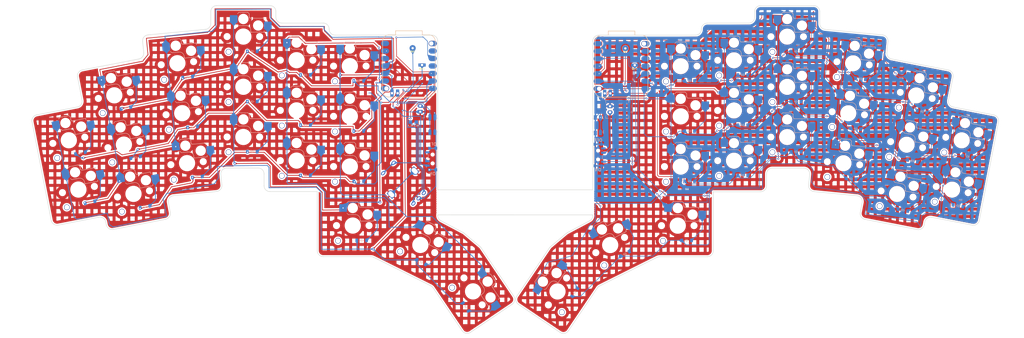
<source format=kicad_pcb>
(kicad_pcb (version 20241229) (generator "pcbnew") (generator_version "9.0")
  (title_block (title "right") (date "2025-12-26") (rev "v1.0.0") (company "Unknown"))
  (layers (0 "F.Cu" signal) (2 "B.Cu" signal) (13 "F.Paste" user) (15 "B.Paste" user) (5 "F.SilkS" user "F.Silkscreen") (7 "B.SilkS" user "B.Silkscreen") (1 "F.Mask" user) (3 "B.Mask" user) (25 "Edge.Cuts" user))
  (net 0 "")
  (net 1 "P0")
  (net 2 "GND")
  (net 3 "P1")
  (net 4 "P2")
  (net 5 "P3")
  (net 6 "P4")
  (net 7 "P8")
  (net 8 "mirror_pinky_bottom")
  (net 9 "mirror_pinky_home")
  (net 10 "mirror_pinky_top")
  (net 11 "mirror_ring_bottom")
  (net 12 "mirror_ring_home")
  (net 13 "mirror_ring_top")
  (net 14 "mirror_middle_bottom")
  (net 15 "mirror_middle_home")
  (net 16 "mirror_middle_top")
  (net 17 "mirror_index_bottom")
  (net 18 "mirror_index_home")
  (net 19 "mirror_index_top")
  (net 20 "mirror_inner_bottom")
  (net 21 "mirror_inner_home")
  (net 22 "mirror_inner_top")
  (net 23 "mirror_near_thumb")
  (net 24 "mirror_home_thumb")
  (net 25 "mirror_far_thumb")
  (net 26 "mirror_pinky2_extra1")
  (net 27 "mirror_pinky2_extra2")
  (net 28 "P5")
  (net 29 "P6")
  (net 30 "P7")
  (net 31 "RST")
  (net 32 "BAT_P")
  (net 33 "RAW")
  (net 34 "P10")
  (net 35 "VCC")
  (net 36 "P9")
  (net 37 "P11")
  (net 38 "P12")
  (net 39 "inner_top")
  (net 40 "home_thumb")
  (net 41 "near_thumb")
  (net 42 "far_thumb")
  (net 43 "pinky_home")
  (net 44 "pinky_top")
  (net 45 "pinky_bottom")
  (net 46 "RE_A")
  (net 47 "RE_C")
  (net 48 "pinky2_extra2")
  (net 49 "pinky2_extra1")
  (net 50 "ring_bottom")
  (net 51 "ring_top")
  (net 52 "ring_home")
  (net 53 "middle_bottom")
  (net 54 "middle_home")
  (net 55 "middle_top")
  (net 56 "index_bottom")
  (net 57 "inner_bottom")
  (net 58 "inner_home")
  (net 59 "index_home")
  (net 60 "index_top")
  (footprint "" (layer "F.Cu") (at 244.999987 142.519999)
    (property "Reference" "")
    (property "Value" "")
  )
  (footprint "" (layer "F.Cu") (at 245 144)
    (property "Reference" "")
    (property "Value" "")
  )
  (footprint "temp:xiao-pogo-rev" (layer "F.Cu") (at 254.678337 98.147974)
    (property "Reference" "U?" (hide yes))
    (property "Value" "xiao-ble-thruhole" (hide yes))
  )
  (footprint "ceoloide:rotary_encoder_ec11_ec12" (layer "F.Cu") (at 180.759756 137.579492 45)
    (property "Reference" "RE1" (hide yes))
    (property "Value" "")
  )
  (footprint "" (layer "F.Cu") (at 244.999988 141.779997)
    (property "Reference" "")
    (property "Value" "")
  )
  (footprint "" (layer "F.Cu") (at 244.999971 144.799991)
    (property "Reference" "")
    (property "Value" "")
  )
  (footprint "marbastlib-various:mousebites_2.5mm" (layer "F.Cu") (at 245.049988 146.649997)
    (property "Reference" "REF**" (hide yes))
    (property "Value" "mousebites 2mm" (hide yes))
  )
  (footprint "" (layer "F.Cu") (at 244.999971 140.299991)
    (property "Reference" "")
    (property "Value" "")
  )
  (footprint "temp:xiao-pogo-rev" (layer "F.Cu") (at 182.759763 98.079486)
    (property "Reference" "U?" (hide yes))
    (property "Value" "xiao-ble-thruhole" (hide yes))
  )
  (footprint "" (layer "F.Cu") (at 244.999999 141.040007)
    (property "Reference" "")
    (property "Value" "")
  )
  (footprint "" (layer "F.Cu") (at 244.999983 143.260013)
    (property "Reference" "")
    (property "Value" "")
  )
  (footprint "marbastlib-various:mousebites_2.5mm" (layer "F.Cu") (at 192.549988 147)
    (property "Reference" "REF**" (hide yes))
    (property "Value" "mousebites 2mm" (hide yes))
  )
  (footprint "marbastlib-various:mousebites_2.5mm" (layer "F.Cu") (at 192.549988 142.5)
    (property "Reference" "REF**" (hide yes))
    (property "Value" "mousebites 2mm" (hide yes))
  )
  (footprint "ceoloide:diode_tht_sod123" (layer "B.Cu") (at 277.678342 120.147973)
    (property "Reference" "D34" (hide yes))
    (property "Value" "")
  )
  (footprint "ceoloide:battery_connector_jst_ph_2" (layer "B.Cu") (at 186.584746 112.579483 -90)
    (property "Reference" "JST1" (hide yes))
    (property "Value" "")
  )
  (footprint "ceoloide:reset_switch_smd_side" (layer "B.Cu") (at 190.717041 118.034056 -90)
    (property "Reference" "RST1" (hide yes))
    (property "Value" "")
  )
  (footprint "ceoloide:diode_tht_sod123" (layer "B.Cu") (at 333.852601 119.356272 -5.5)
    (property "Reference" "D25" (hide yes))
    (property "Value" "")
  )
  (footprint "ceoloide:switch_choc_v1_v2" (layer "B.Cu") (at 366.451946 139.949547 -11)
    (property "Reference" "S39" (hide yes))
    (property "Value" "")
  )
  (footprint "ceoloide:switch_choc_v1_v2" (layer "B.Cu") (at 274.67834 98.147973)
    (property "Reference" "S35" (hide yes))
    (property "Value" "")
  )
  (footprint "ceoloide:switch_choc_v1_v2" (layer "B.Cu") (at 83.150155 108.021136 11)
    (property "Reference" "S3" (hide yes))
    (property "Value" "")
  )
  (footprint "ceoloide:switch_choc_v1_v2" (layer "B.Cu") (at 354.316116 108.047797 -11)
    (property "Reference" "S23" (hide yes))
    (property "Value" "")
  )
  (footprint "ceoloide:switch_choc_v1_v2" (layer "B.Cu") (at 144.78793 130.121321)
    (property "Reference" "S10" (hide yes))
    (property "Value" "")
  )
  (footprint "ceoloide:switch_choc_v1_v2" (layer "B.Cu") (at 332.975019 97.170023 -5.5)
    (property "Reference" "S26" (hide yes))
    (property "Value" "")
  )
  (footprint "ceoloide:switch_choc_v1_v2" (layer "B.Cu") (at 369.695693 123.261889 -11)
    (property "Reference" "S40" (hide yes))
    (property "Value" "")
  )
  (footprint "ceoloide:switch_choc_v1_v2" (layer "B.Cu") (at 71.014327 139.922894 11)
    (property "Reference" "S19" (hide yes))
    (property "Value" "")
  )
  (footprint "ceoloide:switch_choc_v1_v2" (layer "B.Cu") (at 162.787931 132.12132)
    (property "Reference" "S13" (hide yes))
    (property "Value" "")
  )
  (footprint "ceoloide:switch_choc_v1_v2" (layer "B.Cu") (at 186.637804 158.691068 -28)
    (property "Reference" "S17" (hide yes))
    (property "Value" "")
  )
  (footprint "ceoloide:switch_choc_v1_v2" (layer "B.Cu") (at 144.787933 96.121312)
    (property "Reference" "S12" (hide yes))
    (property "Value" "")
  )
  (footprint "ceoloide:diode_tht_sod123" (layer "B.Cu") (at 201.989576 179.69325 -56)
    (property "Reference" "D18" (hide yes))
    (property "Value" "")
  )
  (footprint "ceoloide:diode_tht_sod123" (layer "B.Cu") (at 356.306946 113.528366 -11)
    (property "Reference" "D23" (hide yes))
    (property "Value" "")
  )
  (footprint "ceoloide:diode_tht_sod123" (layer "B.Cu") (at 107.956672 101.8328 5.5)
    (property "Reference" "D6" (hide yes))
    (property "Value" "")
  )
  (footprint "ceoloide:switch_choc_v1_v2" (layer "B.Cu") (at 86.393906 124.708805 11)
    (property "Reference" "S2" (hide yes))
    (property "Value" "")
  )
  (footprint "ceoloide:diode_tht_sod123" (layer "B.Cu") (at 349.819449 146.903679 -11)
    (property "Reference" "D21" (hide yes))
    (property "Value" "")
  )
  (footprint "ceoloide:switch_choc_v1_v2" (layer "B.Cu") (at 126.787927 105.121321)
    (property "Reference" "S8" (hide yes))
    (property "Value" "")
  )
  (footprint "ceoloide:diode_tht_sod123" (layer "B.Cu") (at 71.669495 127.570936 11)
    (property "Reference" "D20" (hide yes))
    (property "Value" "")
  )
  (footprint "ceoloide:power_switch_smd_side" (layer "B.Cu") (at 190.759753 129.579496)
    (property "Reference" "PWR1" (hide yes))
    (property "Value" "")
  )
  (footprint "ceoloide:diode_tht_sod123" (layer "B.Cu") (at 295.678339 118.147968)
    (property "Reference" "D31" (hide yes))
    (property "Value" "")
  )
  (footprint "ceoloide:diode_tht_sod123" (layer "B.Cu") (at 255.82466 161.724056 28)
    (property "Reference" "D37" (hide yes))
    (property "Value" "")
  )
  (footprint "ceoloide:switch_choc_v1_v2" (layer "B.Cu") (at 274.67834 132.147978)
    (property "Reference" "S33" (hide yes))
    (property "Value" "")
  )
  (footprint "ceoloide:switch_choc_v1_v2" (layer "B.Cu") (at 310.678343 105.147972)
    (property "Reference" "S28" (hide yes))
    (property "Value" "")
  )
  (footprint "ceoloide:switch_choc_v1_v2" (layer "B.Cu") (at 89.637651 141.396458 11)
    (property "Reference" "S1" (hide yes))
    (property "Value" "")
  )
  (footprint "ceoloide:switch_choc_v1_v2" (layer "B.Cu") (at 162.787919 115.121313)
    (property "Reference" "S14" (hide yes))
    (property "Value" "")
  )
  (footprint "ceoloide:diode_tht_sod123" (layer "B.Cu") (at 147.787921 118.121315)
    (property "Reference" "D11" (hide yes))
    (property "Value" "")
  )
  (footprint "ceoloide:switch_choc_v1_v2" (layer "B.Cu") (at 274.678342 115.147971)
    (property "Reference" "S34" (hide yes))
    (property "Value" "")
  )
  (footprint "ceoloide:diode_tht_sod123" (layer "B.Cu") (at 109.586039 118.754542 5.5)
    (property "Reference" "D5" (hide yes))
    (property "Value" "")
  )
  (footprint "ceoloide:switch_choc_v1_v2" (layer "B.Cu") (at 273.678341 152.147975)
    (property "Reference" "S36" (hide yes))
    (property "Value" "")
  )
  (footprint "ceoloide:diode_tht_sod123" (layer "B.Cu") (at 277.67834 103.147969)
    (property "Reference" "D35" (hide yes))
    (property "Value" "")
  )
  (footprint "ceoloide:switch_choc_v1_v2" (layer "B.Cu") (at 162.78794 98.121318)
    (property "Reference" "S15" (hide yes))
    (property "Value" "")
  )
  (footprint "ceoloide:diode_tht_sod123" (layer "B.Cu") (at 165.787923 103.121319)
    (property "Reference" "D15" (hide yes))
    (property "Value" "")
  )
  (footprint "ceoloide:diode_tht_sod123" (layer "B.Cu") (at 147.787926 101.121317)
    (property "Reference" "D12" (hide yes))
    (property "Value" "")
  )
  (footprint "ceoloide:switch_choc_v1_v2" (layer "B.Cu") (at 163.78792 152.121321)
    (property "Reference" "S16" (hide yes))
    (property "Value" "")
  )
  (footprint "ceoloide:switch_choc_v1_v2" (layer "B.Cu") (at 204.45718 174.410182 -56)
    (property "Reference" "S18" (hide yes))
    (property "Value" "")
  )
  (footprint "ceoloide:diode_tht_sod123" (layer "B.Cu") (at 87.049077 112.35685 11)
    (property "Reference" "D3" (hide yes))
    (property "Value" "")
  )
  (footprint "ceoloide:reset_switch_smd_side" (layer "B.Cu") (at 246.678341 118.14798 90)
    (property "Reference" "RST1" (hide yes))
    (property "Value" "")
  )
  (footprint "ceoloide:switch_choc_v1_v2" (layer "B.Cu") (at 250.828457 158.717733 28)
    (property "Reference" "S37" (hide yes))
    (property "Value" "")
  )
  (footprint "ceoloide:diode_tht_sod123" (layer "B.Cu") (at 74.913246 144.258599 11)
    (property "Reference" "D19" (hide yes))
    (property "Value" "")
  )
  (footprint "ceoloide:diode_tht_sod123" (layer "B.Cu") (at 313.678343 127.147975)
    (property "Reference" "D27" (hide yes))
    (property "Value" "")
  )
  (footprint "ceoloide:diode_tht_sod123" (layer "B.Cu") (at 295.678335 135.147972)
    (property "Reference" "D30" (hide yes))
    (property "Value" "")
  )
  (footprint "ceoloide:diode_tht_sod123" (layer "B.Cu") (at 277.678335 137.147964)
    (property "Reference" "D33" (hide yes))
    (property "Value" "")
  )
  (footprint "ceoloide:switch_choc_v1_v2" (layer "B.Cu") (at 292.678339 96.147976)
    (property "Reference" "S32" (hide yes))
    (property "Value" "")
  )
  (footprint "ceoloide:switch_choc_v1_v2" (layer "B.Cu") (at 292.678338 113.14797)
    (property "Reference" "S31" (hide yes))
    (property "Value" "")
  )
  (footprint "ceoloide:diode_tht_sod123" (layer "B.Cu") (at 129.787929 127.121307)
    (property "Reference" "D7" (hide yes))
    (property "Value" "")
  )
  (footprint "ceoloide:switch_choc_v1_v2" (layer "B.Cu") (at 329.716263 131.013489 -5.5)
    (property "Reference" "S24" (hide yes))
    (property "Value" "")
  )
  (footprint "ceoloide:diode_tht_sod123" (layer "B.Cu") (at 332.223219 136.277998 -5.5)
    (property "Reference" "D24" (hide yes))
    (property "Value" "")
  )
  (footprint "ceoloide:switch_choc_v1_v2" (layer "B.Cu") (at 351.072357 124.735457 -11)
    (property "Reference" "S22" (hide yes))
    (property "Value" "")
  )
  (footprint "ceoloide:diode_tht_sod123" (layer "B.Cu") (at 371.686532 128.74244 -11)
    (property "Reference" "D40" (hide yes))
    (property "Value" "")
  )
  (footprint "ceoloide:switch_choc_v1_v2" (layer "B.Cu") (at 144.787925 113.121312)
    (property "Reference" "S11" (hide yes))
    (property "Value" "")
  )
  (footprint "ceoloide:diode_tht_sod123" (layer "B.Cu") (at 165.787922 137.121309)
    (property "Reference" "D13" (hide yes))
    (property "Value" "")
  )
  (footprint "ceoloide:diode_tht_sod123" (layer "B.Cu") (at 313.678339 110.147969)
    (property "Reference" "D28" (hide yes))
    (property "Value" "")
  )
  (footprint "ceoloide:battery_connector_jst_ph_2" (layer "B.Cu") (at 250.771055 112.736988 90)
    (property "Reference" "JST1" (hide yes))
    (property "Value" "")
  )
  (footprint "ceoloide:diode_tht_sod123" (layer "B.Cu") (at 129.787919 93.121319)
    (property "Reference" "D9" (hide yes))
    (property "Value" "")
  )
  (footprint "ceoloide:diode_tht_sod123" (layer "B.Cu") (at 90.292825 129.044515 11)
    (property "Reference" "D2" (hide yes))
    (property "Value" "")
  )
  (footprint "ceoloide:diode_tht_sod123" (layer "B.Cu") (at 313.678339 93.14797)
    (property "Reference" "D29" (hide yes))
    (property "Value" "")
  )
  (footprint "ceoloide:switch_choc_v1_v2" (layer "B.Cu") (at 292.67834 130.147972)
    (property "Reference" "S30" (hide yes))
    (property "Value" "")
  )
  (footprint "ceoloide:diode_tht_sod123" (layer "B.Cu") (at 166.787931 157.121323)
    (property "Reference" "D16" (hide yes))
    (property "Value" "")
  )
  (footprint "ceoloide:diode_tht_sod123" (layer "B.Cu") (at 238.83184 174.745686 56)
    (property "Reference" "D38" (hide yes))
    (property "Value" "")
  )
  (footprint "ceoloide:switch_choc_v1_v2" (layer "B.Cu") (at 104.49125 97.143369 5.5)
    (property "Reference" "S6" (hide yes))
    (property "Value" "")
  )
  (footprint "ceoloide:diode_tht_sod123" (layer "B.Cu") (at 165.787925 120.12131)
    (property "Reference" "D14" (hide yes))
    (property "Value" "")
  )
  (footprint "ceoloide:diode_tht_sod123" (layer "B.Cu") (at 129.787917 110.12131)
    (property "Reference" "D8" (hide yes))
    (property "Value" "")
  )
  (footprint "ceoloide:switch_choc_v1_v2" (layer "B.Cu") (at 233.009078 174.436832 56)
    (property "Reference" "S38" (hide yes))
    (property "Value" "")
  )
  (footprint "ceoloide:switch_choc_v1_v2" (layer "B.Cu") (at 106.120632 114.065102 5.5)
    (property "Reference" "S5" (hide yes))
    (property "Value" "")
  )
  (footprint "ceoloide:switch_choc_v1_v2" (layer "B.Cu") (at 310.678335 88.147983)
    (property "Reference" "S29" (hide yes))
    (property "Value" "")
  )
  (footprint "ceoloide:diode_tht_sod123" (layer "B.Cu") (at 335.48198 102.434534 -5.5)
    (property "Reference" "D26" (hide yes))
    (property "Value" "")
  )
  (footprint "ceoloide:switch_choc_v1_v2" (layer "B.Cu") (at 347.828613 141.423127 -11)
    (property "Reference" "S21" (hide yes))
    (property "Value" "")
  )
  (footprint "ceoloide:switch_choc_v1_v2" (layer "B.Cu") (at 331.345646 114.091754 -5.5)
    (property "Reference" "S25" (hide yes))
    (property "Value" "")
  )
  (footprint "ceoloide:diode_tht_sod123" (layer "B.Cu") (at 353.063195 130.216024 -11)
    (property "Reference" "D22" (hide yes))
    (property "Value" "")
  )
  (footprint "ceoloide:switch_choc_v1_v2" (layer "B.Cu") (at 126.787925 88.121307)
    (property "Reference" "S9" (hide yes))
    (property "Value" "")
  )
  (footprint "ceoloide:diode_tht_sod123" (layer "B.Cu") (at 111.215418 135.676277 5.5)
    (property "Reference" "D4" (hide yes))
    (property "Value" "")
  )
  (footprint "ceoloide:power_switch_smd_side" (layer "B.Cu") (at 246.771051 128.236986 180)
    (property "Reference" "PWR1" (hide yes))
    (property "Value" "")
  )
  (footprint "ceoloide:diode_tht_sod123" (layer "B.Cu") (at 295.678338 101.147967)
    (property "Reference" "D32" (hide yes))
    (property "Value" "")
  )
  (footprint "ceoloide:diode_tht_sod123" (layer "B.Cu") (at 93.536582 145.732172 11)
    (property "Reference" "D1" (hide yes))
    (property "Value" "")
  )
  (footprint "ceoloide:diode_tht_sod123" (layer "B.Cu") (at 276.678335 157.147975)
    (property "Reference" "D36" (hide yes))
    (property "Value" "")
  )
  (footprint "ceoloide:switch_choc_v1_v2" (layer "B.Cu") (at 126.787925 122.121312)
    (property "Reference" "S7" (hide yes))
    (property "Value" "")
  )
  (footprint "ceoloide:diode_tht_sod123" (layer "B.Cu") (at 147.787925 135.121307)
    (property "Reference" "D10" (hide yes))
    (property "Value" "")
  )
  (footprint "ceoloide:diode_tht_sod123" (layer "B.Cu") (at 368.44278 145.430112 -11)
    (property "Reference" "D39" (hide yes))
    (property "Value" "")
  )
  (footprint "ceoloide:switch_choc_v1_v2" (layer "B.Cu") (at 67.770574 123.235223 11)
    (property "Reference" "S20" (hide yes))
    (property "Value" "")
  )
  (footprint "ceoloide:switch_choc_v1_v2" (layer "B.Cu") (at 310.678333 122.147968)
    (property "Reference" "S27" (hide yes))
    (property "Value" "")
  )
  (footprint "ceoloide:diode_tht_sod123" (layer "B.Cu") (at 186.939291 164.514229 -28)
    (property "Reference" "D17" (hide yes))
    (property "Value" "")
  )
  (footprint "ceoloide:switch_choc_v1_v2" (layer "B.Cu") (at 107.750005 130.986833 5.5)
    (property "Reference" "S4" (hide yes))
    (property "Value" "")
  )
  (gr_poly (pts (xy 182.759763 116.579501) (xy 183.759756 116.579493) (xy 183.759753 117.579491) (xy 182.759762 117.57949)) (stroke (width 0.2)) (fill yes) (layers "B.Cu" "B.Mask") (net 46))
  (gr_poly (pts (xy 184.759765 116.579493) (xy 185.759758 116.579486) (xy 185.759752 117.579491) (xy 184.759753 117.579493)) (stroke (width 0.2)) (fill yes) (layers "B.Cu" "B.Mask") (net 47))
  (gr_arc (start 153.797924 162.621314) (mid 152.383739 162.035506) (end 151.797922 160.621312) (stroke (width 0.15)) (layer "Edge.Cuts"))
  (gr_arc (start 345.981117 95.73111) (mid 344.760213 94.964507) (end 344.371938 93.576171) (stroke (width 0.15)) (layer "Edge.Cuts"))
  (gr_line (start 192.499322 140) (end 192.48793 89.621311) (stroke (width 0.15)) (layer "Edge.Cuts"))
  (gr_line (start 135.787927 77.621323) (end 117.787929 77.621317) (stroke (width 0.15)) (layer "Edge.Cuts"))
  (gr_line (start 303.678341 138.647974) (end 303.67834 134.647975) (stroke (width 0.15)) (layer "Edge.Cuts"))
  (gr_arc (start 119.169292 134.813005) (mid 119.679671 133.276606) (end 121.160089 132.621306) (stroke (width 0.15)) (layer "Edge.Cuts"))
  (gr_arc (start 119.514052 138.393392) (mid 119.066539 139.857275) (end 117.71495 140.575879) (stroke (width 0.15)) (layer "Edge.Cuts"))
  (gr_arc (start 319.751321 140.602537) (mid 318.399781 139.883898) (end 317.95222 138.420053) (stroke (width 0.15)) (layer "Edge.Cuts"))
  (gr_line (start 321.678329 83.717041) (end 321.678342 79.647975) (stroke (width 0.15)) (layer "Edge.Cuts"))
  (gr_line (start 157.787925 87.621312) (end 190.487916 87.621315) (stroke (width 0.15)) (layer "Edge.Cuts"))
  (gr_arc (start 244.978332 89.647975) (mid 245.564105 88.233722) (end 246.978334 87.647976) (stroke (width 0.15)) (layer "Edge.Cuts"))
  (gr_arc (start 285.668338 160.647968) (mid 285.082552 162.062196) (end 283.668334 162.647981) (stroke (width 0.15)) (layer "Edge.Cuts"))
  (gr_line (start 375.627965 150.392281) (end 382.11547 117.016952) (stroke (width 0.15)) (layer "Edge.Cuts"))
  (gr_arc (start 236.023878 154.748234) (mid 236.192915 154.620331) (end 236.37455 154.511035) (stroke (width 0.15)) (layer "Edge.Cuts"))
  (gr_line (start 285.668338 160.647968) (end 285.668338 142.647974) (stroke (width 0.15)) (layer "Edge.Cuts"))
  (gr_arc (start 281.678338 85.647968) (mid 281.092557 87.062196) (end 279.678333 87.647971) (stroke (width 0.15)) (layer "Edge.Cuts"))
  (gr_line (start 82.806512 153.420823) (end 100.475798 149.986276) (stroke (width 0.15)) (layer "Edge.Cuts"))
  (gr_line (start 230.299631 159.676699) (end 219.271453 176.026647) (stroke (width 0.15)) (layer "Edge.Cuts"))
  (gr_arc (start 131.78792 132.621315) (mid 133.20213 133.207087) (end 133.787933 134.621304) (stroke (width 0.15)) (layer "Edge.Cuts"))
  (gr_arc (start 139.787921 83.542307) (mid 138.373741 82.956507) (end 137.787923 81.542308) (stroke (width 0.15)) (layer "Edge.Cuts"))
  (gr_line (start 318.296969 134.839663) (end 317.95222 138.420053) (stroke (width 0.15)) (layer "Edge.Cuts"))
  (gr_line (start 151.787931 142.621307) (end 151.79793 142.621315) (stroke (width 0.15)) (layer "Edge.Cuts"))
  (gr_arc (start 365.154246 99.457994) (mid 366.430699 100.302865) (end 366.735891 101.802871) (stroke (width 0.15)) (layer "Edge.Cuts"))
  (gr_line (start 236.681241 187.769701) (end 246.497817 173.216016) (stroke (width 0.15)) (layer "Edge.Cuts"))
  (gr_line (start 137.787923 81.542308) (end 137.787936 79.621311) (stroke (width 0.15)) (layer "Edge.Cuts"))
  (gr_line (start 281.678338 85.647968) (end 281.678337 85.568973) (stroke (width 0.15)) (layer "Edge.Cuts"))
  (gr_line (start 55.35079 116.990299) (end 61.838299 150.365614) (stroke (width 0.15)) (layer "Edge.Cuts"))
  (gr_arc (start 218.194815 175.999994) (mid 218.5 177.5) (end 217.655127 178.776451) (stroke (width 0.15)) (layer "Edge.Cuts"))
  (gr_arc (start 135.787927 77.621323) (mid 137.202105 78.207121) (end 137.787936 79.621311) (stroke (width 0.15)) (layer "Edge.Cuts"))
  (gr_arc (start 230.299631 159.676699) (mid 230.469659 159.458771) (end 230.668096 159.266383) (stroke (width 0.15)) (layer "Edge.Cuts"))
  (gr_line (start 70.675214 111.974094) (end 56.93244 114.645429) (stroke (width 0.15)) (layer "Edge.Cuts"))
  (gr_line (start 299.678337 79.647972) (end 299.678333 81.56897) (stroke (width 0.15)) (layer "Edge.Cuts"))
  (gr_line (start 244.965029 148.499906) (end 192.500061 148.490007) (stroke (width 0.15)) (layer "Edge.Cuts"))
  (gr_line (start 336.990478 150.012924) (end 354.659761 153.447491) (stroke (width 0.15)) (layer "Edge.Cuts"))
  (gr_arc (start 303.67834 134.647975) (mid 304.264125 133.233759) (end 305.678348 132.647965) (stroke (width 0.15)) (layer "Edge.Cuts"))
  (gr_line (start 319.751321 140.602537) (end 334.277635 142.00126) (stroke (width 0.15)) (layer "Edge.Cuts"))
  (gr_arc (start 366.791059 112.000759) (mid 365.514624 111.155882) (end 365.209419 109.655882) (stroke (width 0.15)) (layer "Edge.Cuts"))
  (gr_arc (start 236.681241 187.769701) (mid 235.404784 188.614586) (end 233.904781 188.30939) (stroke (width 0.15)) (layer "Edge.Cuts"))
  (gr_arc (start 266.656368 162.858726) (mid 267.090928 162.701366) (end 267.550011 162.647968) (stroke (width 0.15)) (layer "Edge.Cuts"))
  (gr_arc (start 72.25684 109.629221) (mid 71.951682 111.129233) (end 70.675214 111.974094) (stroke (width 0.15)) (layer "Edge.Cuts"))
  (gr_arc (start 244.965029 148.50406) (mid 244.749319 149.664002) (end 243.917277 150.500485) (stroke (width 0.15)) (layer "Edge.Cuts"))
  (gr_line (start 285.678343 142.647965) (end 285.67834 140.647977) (stroke (width 0.15)) (layer "Edge.Cuts"))
  (gr_line (start 359.540307 149.30259) (end 373.283097 151.973912) (stroke (width 0.15)) (layer "Edge.Cuts"))
  (gr_arc (start 115.787931 79.621307) (mid 116.373686 78.20705) (end 117.787929 77.621317) (stroke (width 0.15)) (layer "Edge.Cuts"))
  (gr_arc (start 336.990478 150.012924) (mid 335.714035 149.168053) (end 335.408827 147.668053) (stroke (width 0.15)) (layer "Edge.Cuts"))
  (gr_arc (start 55.35079 116.990299) (mid 55.655964 115.490296) (end 56.93244 114.645429) (stroke (width 0.15)) (layer "Edge.Cuts"))
  (gr_line (start 247.262258 172.545145) (end 266.656368 162.858726) (stroke (width 0.15)) (layer "Edge.Cuts"))
  (gr_line (start 285.668338 142.647974) (end 285.678343 142.647965) (stroke (width 0.15)) (layer "Edge.Cuts"))
  (gr_arc (start 375.627965 150.392281) (mid 374.783107 151.668762) (end 373.283097 151.973912) (stroke (width 0.15)) (layer "Edge.Cuts"))
  (gr_line (start 319.67834 77.647969) (end 301.678336 77.64797) (stroke (width 0.15)) (layer "Edge.Cuts"))
  (gr_line (start 190.968437 173.189349) (end 200.785021 187.743042) (stroke (width 0.15)) (layer "Edge.Cuts"))
  (gr_arc (start 334.277635 142.00126) (mid 335.688439 142.795417) (end 336.049193 144.373669) (stroke (width 0.15)) (layer "Edge.Cuts"))
  (gr_line (start 135.787925 140.621308) (end 151.787932 140.621317) (stroke (width 0.15)) (layer "Edge.Cuts"))
  (gr_line (start 357.004624 151.865852) (end 357.19544 150.884219) (stroke (width 0.15)) (layer "Edge.Cuts"))
  (gr_arc (start 281.678337 85.568973) (mid 282.264132 84.154766) (end 283.678338 83.568977) (stroke (width 0.15)) (layer "Edge.Cuts"))
  (gr_line (start 323.486653 85.707832) (end 342.939954 87.580971) (stroke (width 0.15)) (layer "Edge.Cuts"))
  (gr_arc (start 319.67834 77.647969) (mid 321.092514 78.233778) (end 321.678342 79.647975) (stroke (width 0.15)) (layer "Edge.Cuts"))
  (gr_line (start 380.533839 114.67208) (end 366.791059 112.000759) (stroke (width 0.15)) (layer "Edge.Cuts"))
  (gr_line (start 133.787933 134.621304) (end 133.787932 138.621318) (stroke (width 0.15)) (layer "Edge.Cuts"))
  (gr_line (start 192.5 140) (end 245 140) (stroke (width 0.15)) (layer "Edge.Cuts"))
  (gr_line (start 336.049193 144.373669) (end 335.408827 147.668053) (stroke (width 0.15)) (layer "Edge.Cuts"))
  (gr_line (start 102.057428 147.641391) (end 101.417073 144.347007) (stroke (width 0.15)) (layer "Edge.Cuts"))
  (gr_arc (start 64.183166 151.947259) (mid 62.683201 151.642032) (end 61.838297 150.365616) (stroke (width 0.15)) (layer "Edge.Cuts"))
  (gr_line (start 153.797924 162.621314) (end 169.916253 162.621307) (stroke (width 0.15)) (layer "Edge.Cuts"))
  (gr_arc (start 246.497817 173.216016) (mid 246.836671 172.831166) (end 247.262257 172.545145) (stroke (width 0.15)) (layer "Edge.Cuts"))
  (gr_line (start 151.787932 140.621317) (end 151.787931 142.621307) (stroke (width 0.15)) (layer "Edge.Cuts"))
  (gr_arc (start 342.939953 87.580971) (mid 344.29152 88.299612) (end 344.739067 89.763449) (stroke (width 0.15)) (layer "Edge.Cuts"))
  (gr_line (start 153.787927 83.54231) (end 139.787921 83.542307) (stroke (width 0.15)) (layer "Edge.Cuts"))
  (gr_line (start 155.787918 85.542312) (end 155.787927 85.621308) (stroke (width 0.15)) (layer "Edge.Cuts"))
  (gr_arc (start 93.094321 93.549513) (mid 92.705998 94.937816) (end 91.485147 95.704457) (stroke (width 0.15)) (layer "Edge.Cuts"))
  (gr_line (start 80.27082 150.857564) (end 80.461625 151.839199) (stroke (width 0.15)) (layer "Edge.Cuts"))
  (gr_line (start 246.978334 87.647976) (end 279.678333 87.647971) (stroke (width 0.15)) (layer "Edge.Cuts"))
  (gr_line (start 94.526301 87.554314) (end 113.979624 85.681175) (stroke (width 0.15)) (layer "Edge.Cuts"))
  (gr_arc (start 77.925951 149.275935) (mid 79.425957 149.581117) (end 80.27082 150.857564) (stroke (width 0.15)) (layer "Edge.Cuts"))
  (gr_arc (start 357.19544 150.884219) (mid 358.04032 149.607811) (end 359.540307 149.30259) (stroke (width 0.15)) (layer "Edge.Cuts"))
  (gr_arc (start 169.916253 162.621307) (mid 170.375326 162.674719) (end 170.809893 162.832063) (stroke (width 0.15)) (layer "Edge.Cuts"))
  (gr_arc (start 203.561489 188.282727) (mid 202.061461 188.587916) (end 200.785021 187.743042) (stroke (width 0.15)) (layer "Edge.Cuts"))
  (gr_line (start 70.730372 101.77621) (end 72.25684 109.629221) (stroke (width 0.15)) (layer "Edge.Cuts"))
  (gr_arc (start 190.204001 172.518494) (mid 190.629555 172.804534) (end 190.968437 173.189349) (stroke (width 0.15)) (layer "Edge.Cuts"))
  (gr_line (start 190.204001 172.518494) (end 170.809893 162.832063) (stroke (width 0.15)) (layer "Edge.Cuts"))
  (gr_line (start 201.442391 154.721573) (end 206.798166 159.239731) (stroke (width 0.15)) (layer "Edge.Cuts"))
  (gr_arc (start 115.787935 83.690378) (mid 115.268335 85.035081) (end 113.979624 85.681175) (stroke (width 0.15)) (layer "Edge.Cuts"))
  (gr_line (start 103.188629 141.974606) (end 117.71495 140.575879) (stroke (width 0.15)) (layer "Edge.Cuts"))
  (gr_line (start 244.978332 89.647975) (end 245 140) (stroke (width 0.15)) (layer "Edge.Cuts"))
  (gr_arc (start 190.487916 87.621315) (mid 191.902144 88.207102) (end 192.48793 89.621311) (stroke (width 0.15)) (layer "Edge.Cuts"))
  (gr_line (start 344.371938 93.576171) (end 344.739067 89.763449) (stroke (width 0.15)) (layer "Edge.Cuts"))
  (gr_arc (start 157.787925 87.621312) (mid 156.373718 87.035521) (end 155.787927 85.621308) (stroke (width 0.15)) (layer "Edge.Cuts"))
  (gr_line (start 119.514052 138.393392) (end 119.169292 134.813005) (stroke (width 0.15)) (layer "Edge.Cuts"))
  (gr_arc (start 82.806512 153.420823) (mid 81.306475 153.115686) (end 80.461625 151.839199) (stroke (width 0.15)) (layer "Edge.Cuts"))
  (gr_line (start 201.091723 154.484365) (end 193.548987 150.473827) (stroke (width 0.15)) (layer "Edge.Cuts"))
  (gr_line (start 203.561489 188.282727) (end 217.655127 178.776451) (stroke (width 0.15)) (layer "Edge.Cuts"))
  (gr_line (start 92.727196 89.736789) (end 93.094321 93.549513) (stroke (width 0.15)) (layer "Edge.Cuts"))
  (gr_arc (start 70.730372 101.77621) (mid 71.03554 100.276204) (end 72.31201 99.431329) (stroke (width 0.15)) (layer "Edge.Cuts"))
  (gr_line (start 121.160089 132.621306) (end 131.78792 132.621315) (stroke (width 0.15)) (layer "Edge.Cuts"))
  (gr_arc (start 101.417073 144.347007) (mid 101.777816 142.768746) (end 103.188629 141.974606) (stroke (width 0.15)) (layer "Edge.Cuts"))
  (gr_arc (start 102.057428 147.641391) (mid 101.752257 149.14142) (end 100.475798 149.986276) (stroke (width 0.15)) (layer "Edge.Cuts"))
  (gr_line (start 243.917277 150.500485) (end 236.37455 154.511035) (stroke (width 0.15)) (layer "Edge.Cuts"))
  (gr_arc (start 357.004624 151.865852) (mid 356.159778 153.142354) (end 354.659761 153.447491) (stroke (width 0.15)) (layer "Edge.Cuts"))
  (gr_line (start 345.981117 95.73111) (end 365.154246 99.457994) (stroke (width 0.15)) (layer "Edge.Cuts"))
  (gr_line (start 305.678348 132.647965) (end 316.306174 132.647972) (stroke (width 0.15)) (layer "Edge.Cuts"))
  (gr_arc (start 299.678337 79.647972) (mid 300.264114 78.233728) (end 301.678336 77.64797) (stroke (width 0.15)) (layer "Edge.Cuts"))
  (gr_line (start 267.550011 162.647968) (end 283.668334 162.647981) (stroke (width 0.15)) (layer "Edge.Cuts"))
  (gr_arc (start 323.486653 85.707832) (mid 322.197911 85.061758) (end 321.678329 83.717041) (stroke (width 0.15)) (layer "Edge.Cuts"))
  (gr_arc (start 299.678333 81.56897) (mid 299.092541 82.983163) (end 297.678338 83.568968) (stroke (width 0.15)) (layer "Edge.Cuts"))
  (gr_line (start 236.023878 154.748234) (end 230.668096 159.266383) (stroke (width 0.15)) (layer "Edge.Cuts"))
  (gr_line (start 365.209419 109.655882) (end 366.735891 101.802871) (stroke (width 0.15)) (layer "Edge.Cuts"))
  (gr_line (start 151.79793 142.621315) (end 151.797922 160.621312) (stroke (width 0.15)) (layer "Edge.Cuts"))
  (gr_line (start 115.787931 79.621307) (end 115.787935 83.690378) (stroke (width 0.15)) (layer "Edge.Cuts"))
  (gr_line (start 297.678338 83.568968) (end 283.678338 83.568977) (stroke (width 0.15)) (layer "Edge.Cuts"))
  (gr_line (start 218.194815 175.999994) (end 207.166628 159.650035) (stroke (width 0.15)) (layer "Edge.Cuts"))
  (gr_arc (start 380.533839 114.67208) (mid 381.810278 115.516952) (end 382.11547 117.016952) (stroke (width 0.15)) (layer "Edge.Cuts"))
  (gr_line (start 285.67834 140.647977) (end 301.678335 140.64797) (stroke (width 0.15)) (layer "Edge.Cuts"))
  (gr_line (start 219.811144 178.803115) (end 233.904781 188.30939) (stroke (width 0.15)) (layer "Edge.Cuts"))
  (gr_arc (start 201.091723 154.484365) (mid 201.273353 154.59368) (end 201.442391 154.721573) (stroke (width 0.15)) (layer "Edge.Cuts"))
  (gr_arc (start 206.798166 159.239731) (mid 206.996606 159.432116) (end 207.166628 159.650035) (stroke (width 0.15)) (layer "Edge.Cuts"))
  (gr_arc (start 193.555887 150.473827) (mid 192.725024 149.643412) (end 192.499876 148.49049) (stroke (width 0.15)) (layer "Edge.Cuts"))
  (gr_arc (start 135.787925 140.621308) (mid 134.373768 140.035494) (end 133.787932 138.621318) (stroke (width 0.15)) (layer "Edge.Cuts"))
  (gr_arc (start 316.306174 132.647972) (mid 317.786622 133.30324) (end 318.296969 134.839663) (stroke (width 0.15)) (layer "Edge.Cuts"))
  (gr_arc (start 153.787927 83.54231) (mid 155.202151 84.128075) (end 155.787918 85.542312) (stroke (width 0.15)) (layer "Edge.Cuts"))
  (gr_line (start 64.183166 151.947259) (end 77.925951 149.275935) (stroke (width 0.15)) (layer "Edge.Cuts"))
  (gr_line (start 72.31201 99.431329) (end 91.485147 95.704457) (stroke (width 0.15)) (layer "Edge.Cuts"))
  (gr_arc (start 219.811144 178.803115) (mid 218.966257 177.526644) (end 219.271453 176.026647) (stroke (width 0.15)) (layer "Edge.Cuts"))
  (gr_arc (start 303.678341 138.647974) (mid 303.092552 140.062188) (end 301.678335 140.64797) (stroke (width 0.15)) (layer "Edge.Cuts"))
  (gr_arc (start 92.727196 89.736789) (mid 93.174743 88.272947) (end 94.526301 87.554314) (stroke (width 0.15)) (layer "Edge.Cuts"))
  (gr_text "RE_A" (at 184.259767 118.579486 0) (layer "B.SilkS") (effects (font (size 0.5 0.5) (thickness 0.1) (bold yes)) (justify left bottom mirror)))
  (gr_text "RE_C" (at 186.259755 118.579491 0) (layer "B.SilkS") (effects (font (size 0.5 0.5) (thickness 0.1) (bold yes)) (justify left bottom mirror)))
  (segment (start 343.793063 93.279434) (end 343.782267 93.288997) (width 0.2) (layer "F.Cu") (net 1))
  (segment (start 154.205903 86.199482) (end 154.2059 84.699476) (width 0.25) (layer "F.Cu") (net 1))
  (segment (start 247.987765 88.252524) (end 247.991189 88.248977) (width 0.2) (layer "F.Cu") (net 1))
  (segment (start 300.379637 79.138799) (end 300.502746 79.011308) (width 0.2) (layer "F.Cu") (net 1))
  (segment (start 93.203301 95.869556) (end 93.193091 95.881949) (width 0.25) (layer "F.Cu") (net 1))
  (segment (start 136.205912 81.699479) (end 136.205908 78.699473) (width 0.25) (layer "F.Cu") (net 1))
  (segment (start 283.265471 84.42589) (end 298.924053 84.15257) (width 0.2) (layer "F.Cu") (net 1))
  (segment (start 177.525112 88.693728) (end 177.656004 96.192586) (width 0.25) (layer "F.Cu") (net 1))
  (segment (start 177.656004 96.192586) (end 177.164805 96.701237) (width 0.25) (layer "F.Cu") (net 1))
  (segment (start 300.339309 79.289314) (end 300.379637 79.138799) (width 0.2) (layer "F.Cu") (net 1))
  (segment (start 80.981721 142.867216) (end 84.935813 137.005041) (width 0.25) (layer "F.Cu") (net 1))
  (segment (start 94.542428 94.245081) (end 93.267056 95.792242) (width 0.25) (layer "F.Cu") (net 1))
  (segment (start 156.042681 88.036238) (end 154.205903 86.199482) (width 0.25) (layer "F.Cu") (net 1))
  (segment (start 157.09285 89.050376) (end 177.525112 88.693728) (width 0.25) (layer "F.Cu") (net 1))
  (segment (start 300.502746 79.011308) (end 320.218469 78.66717) (width 0.2) (layer "F.Cu") (net 1))
  (segment (start 93.267056 95.792242) (end 93.253714 95.794823) (width 0.25) (layer "F.Cu") (net 1))
  (segment (start 248.484018 88.248976) (end 249.037829 88.783784) (width 0.2) (layer "F.Cu") (net 1))
  (segment (start 249.037829 88.783784) (end 281.232501 88.221821) (width 0.2) (layer "F.Cu") (net 1))
  (segment (start 343.782267 93.288997) (end 343.765541 93.565247) (width 0.2) (layer "F.Cu") (net 1))
  (segment (start 73.128701 144.393688) (end 80.981721 142.867216) (width 0.25) (layer "F.Cu") (net 1))
  (segment (start 114.70591 86.699477) (end 94.085692 88.684975) (width 0.25) (layer "F.Cu") (net 1))
  (segment (start 347.285561 100.525257) (end 347.294233 100.516585) (width 0.2) (layer "F.Cu") (net 1))
  (segment (start 247.991189 88.248977) (end 248.484018 88.248976) (width 0.2) (layer "F.Cu") (net 1))
  (segment (start 298.924053 84.15257) (end 300.397564 82.626702) (width 0.2) (layer "F.Cu") (net 1))
  (segment (start 343.415754 93.853591) (end 343.237583 95.70395) (width 0.2) (layer "F.Cu") (net 1))
  (segment (start 344.101002 90.08136) (end 343.793063 93.279434) (width 0.2) (layer "F.Cu") (net 1))
  (segment (start 93.253714 95.794823) (end 93.203301 95.869556) (width 0.25) (layer "F.Cu") (net 1))
  (segment (start 300.397564 82.626702) (end 300.339309 79.289314) (width 0.2) (layer "F.Cu") (net 1))
  (segment (start 136.205908 78.699473) (end 117.20592 78.699477) (width 0.25) (layer "F.Cu") (net 1))
  (segment (start 136.705912 82.199478) (end 136.205912 81.699479) (width 0.25) (layer "F.Cu") (net 1))
  (segment (start 154.2059 84.699476) (end 139.205914 84.699479) (width 0.25) (layer "F.Cu") (net 1))
  (segment (start 177.164805 96.701237) (end 176.539124 96.712157) (width 0.25) (layer "F.Cu") (net 1))
  (segment (start 94.015272 88.770409) (end 94.542428 94.245081) (width 0.25) (layer "F.Cu") (net 1))
  (segment (start 78.221967 99.291004) (end 78.88159 102.684403) (width 0.25) (layer "F.Cu") (net 1))
  (segment (start 343.237583 95.70395) (end 347.285561 100.614536) (width 0.2) (layer "F.Cu") (net 1))
  (segment (start 94.085692 88.684975) (end 94.015272 88.770409) (width 0.25) (layer "F.Cu") (net 1))
  (segment (start 248.142715 97.129579) (end 247.987765 88.252524) (width 0.2) (layer "F.Cu") (net 1))
  (segment (start 320.333435 78.778186) (end 320.438147 84.777275) (width 0.2) (layer "F.Cu") (net 1))
  (segment (start 247.160322 98.146881) (end 248.142715 97.129579) (width 0.2) (layer "F.Cu") (net 1))
  (segment (start 283.265471 86.188851) (end 281.232501 88.221821) (width 0.2) (layer "F.Cu") (net 1))
  (segment (start 139.205914 84.699479) (end 136.705912 82.199478) (width 0.25) (layer "F.Cu") (net 1))
  (segment (start 347.285561 100.614536) (end 347.285561 100.525257) (width 0.2) (layer "F.Cu") (net 1))
  (segment (start 117.205909 84.199485) (end 114.70591 86.699477) (width 0.25) (layer "F.Cu") (net 1))
  (segment (start 156.252756 88.246313) (end 156.042681 88.036238) (width 0.25) (layer "F.Cu") (net 1))
  (segment (start 78.88159 102.684403) (end 78.800016 102.805367) (width 0.25) (layer "F.Cu") (net 1))
  (segment (start 117.20592 78.699477) (end 117.205909 84.199485) (width 0.25) (layer "F.Cu") (net 1))
  (segment (start 320.218469 78.66717) (end 320.333435 78.778186) (width 0.2) (layer "F.Cu") (net 1))
  (segment (start 283.265471 84.42589) (end 283.265471 86.188851) (width 0.2) (layer "F.Cu") (net 1))
  (segment (start 92.80789 96.455784) (end 78.221967 99.291004) (width 0.25) (layer "F.Cu") (net 1))
  (segment (start 93.203301 95.869556) (end 92.80789 96.455784) (width 0.25) (layer "F.Cu") (net 1))
  (segment (start 342.975714 88.716273) (end 344.101002 90.08136) (width 0.2) (layer "F.Cu") (net 1))
  (segment (start 320.438147 84.777275) (end 322.472747 86.742063) (width 0.2) (layer "F.Cu") (net 1))
  (segment (start 322.472747 86.742063) (end 342.975714 88.716273) (width 0.2) (layer "F.Cu") (net 1))
  (segment (start 156.042681 88.036238) (end 157.09285 89.050376) (width 0.25) (layer "F.Cu") (net 1))
  (segment (start 343.765541 93.565247) (end 343.415754 93.853591) (width 0.2) (layer "F.Cu") (net 1))
  (via (at 176.539124 96.712157) (size 0.6) (drill 0.3) (layers "F.Cu" "B.Cu") (net 1))
  (via (at 247.160322 98.146881) (size 0.6) (drill 0.3) (layers "F.Cu" "B.Cu") (net 1))
  (via (at 84.935813 137.005041) (size 0.8) (drill 0.4) (layers "F.Cu" "B.Cu") (net 1))
  (via (at 347.294233 100.516585) (size 0.6) (drill 0.3) (layers "F.Cu" "B.Cu") (net 1))
  (via (at 73.128701 144.393688) (size 0.8) (drill 0.4) (layers "F.Cu" "B.Cu") (net 1))
  (via (at 78.800016 102.805367) (size 0.8) (drill 0.4) (layers "F.Cu" "B.Cu") (net 1))
  (segment (start 175.179061 98.079489) (end 174.707057 98.08361) (width 0.25) (layer "B.Cu") (net 1))
  (segment (start 174.707057 98.08361) (end 174.609312 98.183076) (width 0.25) (layer "B.Cu") (net 1))
  (segment (start 176.498797 96.712861) (end 175.179065 98.079486) (width 0.25) (layer "B.Cu") (net 1))
  (segment (start 366.823093 145.115274) (end 362.286869 139.804047) (width 0.2) (layer "B.Cu") (net 1))
  (segment (start 352.236598 101.582218) (end 349.336547 118.029215) (width 0.2) (layer "B.Cu") (net 1))
  (segment (start 349.336547 118.029215) (end 348.992847 118.269883) (width 0.2) (layer "B.Cu") (net 1))
  (segment (start 176.539124 96.712157) (end 176.498797 96.712861) (width 0.25) (layer "B.Cu") (net 1))
  (segment (start 362.392265 138.464938) (end 359.019314 134.515725) (width 0.2) (layer "B.Cu") (net 1))
  (segment (start 247.097641 98.14797) (end 247.160322 98.146881) (width 0.2) (layer "B.Cu") (net 1))
  (segment (start 346.092786 134.71688) (end 345.749096 134.95754) (width 0.2) (layer "B.Cu") (net 1))
  (segment (start 78.800011 102.805365) (end 82.043763 119.493022) (width 0.25) (layer "B.Cu") (net 1))
  (segment (start 362.286869 139.804047) (end 362.392265 138.464938) (width 0.2) (layer "B.Cu") (net 1))
  (segment (start 359.019314 134.515725) (end 347.342394 133.596734) (width 0.2) (layer "B.Cu") (net 1))
  (segment (start 348.992847 118.269883) (end 346.092786 134.71688) (width 0.2) (layer "B.Cu") (net 1))
  (segment (start 73.278228 144.494552) (end 73.128701 144.393688) (width 0.25) (layer "B.Cu") (net 1))
  (segment (start 348.359863 101.582215) (end 352.236601 101.582215) (width 0.2) (layer "B.Cu") (net 1))
  (segment (start 347.294233 100.516585) (end 348.359863 101.582215) (width 0.2) (layer "B.Cu") (net 1))
  (segment (start 347.342394 133.596734) (end 345.749087 134.957534) (width 0.2) (layer "B.Cu") (net 1))
  (segment (start 82.043763 119.493022) (end 82.04376 119.493023) (width 0.25) (layer "B.Cu") (net 1))
  (segment (start 85.287509 136.180686) (end 82.043758 119.493027) (width 0.25) (layer "B.Cu") (net 1))
  (segment (start 82.043758 119.493027) (end 82.04376 119.493023) (width 0.25) (layer "B.Cu") (net 1))
  (segment (start 73.293561 144.573432) (end 73.278228 144.494552) (width 0.25) (layer "B.Cu") (net 1))
  (segment (start 191.468091 113.954241) (end 191.000216 113.502415) (width 0.2) (layer "F.Cu") (net 2))
  (segment (start 175.179064 92.999504) (end 175.236496 96.289713) (width 0.2) (layer "F.Cu") (net 2))
  (segment (start 181.382353 109.129524) (end 180.55993 109.981168) (width 0.2) (layer "F.Cu") (net 2))
  (segment (start 257.694233 104.016585) (end 259.694273 102.016545) (width 0.2) (layer "F.Cu") (net 2))
  (segment (start 191.000216 113.502415) (end 186.584753 113.579486) (width 0.2) (layer "F.Cu") (net 2))
  (segment (start 183.319057 104.094956) (end 187.294174 104.02557) (width 0.2) (layer "F.Cu") (net 2))
  (segment (start 180.55993 109.981168) (end 180.615076 113.140587) (width 0.2) (layer "F.Cu") (net 2))
  (segment (start 175.236496 96.289713) (end 183.319057 104.094956) (width 0.2) (layer "F.Cu") (net 2))
  (segment (start 189.330846 133.579453) (end 189.674759 133.229484) (width 0.25) (layer "F.Cu") (net 2))
  (segment (start 184.719555 133.619698) (end 189.330846 133.579453) (width 0.25) (layer "F.Cu") (net 2))
  (segment (start 259.694273 102.016545) (end 259.7965 102.016545) (width 0.2) (layer "F.Cu") (net 2))
  (via (at 180.615076 113.140587) (size 0.6) (drill 0.3) (layers "F.Cu" "B.Cu") (net 2))
  (via (at 189.674759 133.229484) (size 0.8) (drill 0.4) (layers "F.Cu" "B.Cu") (net 2))
  (via (at 257.694233 104.016585) (size 0.6) (drill 0.3) (layers "F.Cu" "B.Cu") (net 2))
  (via (at 259.7965 102.016545) (size 0.6) (drill 0.3) (layers "F.Cu" "B.Cu") (net 2))
  (via (at 187.294174 104.02557) (size 0.6) (drill 0.3) (layers "F.Cu" "B.Cu") (net 2))
  (via (at 189.674759 133.229484) (size 0.8) (drill 0.4) (layers "F.Cu" "B.Cu") (net 2))
  (via (at 181.382353 109.129524) (size 0.6) (drill 0.3) (layers "F.Cu" "B.Cu") (net 2))
  (via (at 175.179064 92.999504) (size 0.6) (drill 0.3) (layers "F.Cu" "B.Cu") (net 2))
  (via (at 191.468091 113.954241) (size 0.6) (drill 0.3) (layers "F.Cu" "B.Cu") (net 2))
  (segment (start 260.63926 96.822742) (end 260.664761 96.847365) (width 0.2) (layer "B.Cu") (net 2))
  (segment (start 257.213133 93.882089) (end 257.593896 94.249789) (width 0.2) (layer "B.Cu") (net 2))
  (segment (start 191.567045 120.659053) (end 191.47703 115.502266) (width 0.2) (layer "B.Cu") (net 2))
  (segment (start 249.614319 111.736983) (end 245.828345 115.522965) (width 0.2) (layer "B.Cu") (net 2))
  (segment (start 187.294174 104.02557) (end 182.382203 109.112072) (width 0.2) (layer "B.Cu") (net 2))
  (segment (start 191.842667 125.910571) (end 191.861929 125.929495) (width 0.25) (layer "B.Cu") (net 2))
  (segment (start 259.7965 98.840063) (end 259.794233 98.837796) (width 0.2) (layer "B.Cu") (net 2))
  (segment (start 256.657401 111.634243) (end 257.694233 110.597411) (width 0.2) (layer "B.Cu") (net 2))
  (segment (start 189.674762 125.929489) (end 191.842667 125.910571) (width 0.25) (layer "B.Cu") (net 2))
  (segment (start 191.567039 115.409059) (end 191.542906 114.026487) (width 0.2) (layer "B.Cu") (net 2))
  (segment (start 191.886923 133.123066) (end 191.886925 133.227317) (width 0.2) (layer "B.Cu") (net 2))
  (segment (start 181.449169 113.126023) (end 182.001587 113.659488) (width 0.2) (layer "B.Cu") (net 2))
  (segment (start 191.862925 121.457659) (end 191.86293 125.929488) (width 0.25) (layer "B.Cu") (net 2))
  (segment (start 245.646063 124.586986) (end 247.856058 124.586986) (width 0.2) (layer "B.Cu") (net 2))
  (segment (start 260.692027 98.409393) (end 260.286621 98.8292) (width 0.2) (layer "B.Cu") (net 2))
  (segment (start 245.828338 120.772972) (end 245.828338 124.404702) (width 0.2) (layer "B.Cu") (net 2))
  (segment (start 257.639719 96.8751) (end 260.63926 96.822742) (width 0.2) (layer "B.Cu") (net 2))
  (segment (start 189.674759 133.229484) (end 191.842668 133.210562) (width 0.25) (layer "B.Cu") (net 2))
  (segment (start 191.88475 125.929489) (end 191.884759 133.120901) (width 0.2) (layer "B.Cu") (net 2))
  (segment (start 189.774488 125.928613) (end 189.674762 125.929489) (width 0.25) (layer "B.Cu") (net 2))
  (segment (start 259.674323 98.839889) (end 259.5751 98.942636) (width 0.2) (layer "B.Cu") (net 2))
  (segment (start 247.097641 93.06798) (end 248.105302 94.041068) (width 0.2) (layer "B.Cu") (net 2))
  (segment (start 191.862926 138.842932) (end 191.862924 133.2295) (width 0.25) (layer "B.Cu") (net 2))
  (segment (start 175.179065 92.99949) (end 175.179064 92.999502) (width 0.2) (layer "B.Cu") (net 2))
  (segment (start 248.105302 94.041068) (end 256.587513 93.893007) (width 0.2) (layer "B.Cu") (net 2))
  (segment (start 257.694233 110.597411) (end 257.694233 104.016585) (width 0.2) (layer "B.Cu") (net 2))
  (segment (start 191.47703 115.502266) (end 191.567039 115.409059) (width 0.2) (layer "B.Cu") (net 2))
  (segment (start 175.179064 92.999504) (end 174.602796 93.004522) (width 0.25) (layer "B.Cu") (net 2))
  (segment (start 245.828345 115.522965) (end 245.828338 120.772972) (width 0.2) (layer "B.Cu") (net 2))
  (segment (start 260.286621 98.8292) (end 259.794233 98.837796) (width 0.2) (layer "B.Cu") (net 2))
  (segment (start 245.828338 124.404702) (end 245.646063 124.586986) (width 0.2) (layer "B.Cu") (net 2))
  (segment (start 257.593896 94.249789) (end 257.639719 96.8751) (width 0.2) (layer "B.Cu") (net 2))
  (segment (start 245.646065 124.586989) (end 245.646063 124.586986) (width 0.2) (layer "B.Cu") (net 2))
  (segment (start 182.382203 109.112072) (end 181.382353 109.129524) (width 0.2) (layer "B.Cu") (net 2))
  (segment (start 175.179064 92.999502) (end 175.179064 92.999504) (width 0.2) (layer "B.Cu") (net 2))
  (segment (start 176.799959 141.539289) (end 184.581342 133.620906) (width 0.25) (layer "B.Cu") (net 2))
  (segment (start 260.664761 96.847365) (end 260.692027 98.409393) (width 0.2) (layer "B.Cu") (net 2))
  (segment (start 256.587513 93.893007) (end 257.213133 93.882089) (width 0.2) (layer "B.Cu") (net 2))
  (segment (start 191.884759 133.120901) (end 191.886923 133.123066) (width 0.2) (layer "B.Cu") (net 2))
  (segment (start 259.7965 102.016545) (end 259.7965 98.840063) (width 0.2) (layer "B.Cu") (net 2))
  (segment (start 191.886925 133.227317) (end 191.884755 133.229482) (width 0.2) (layer "B.Cu") (net 2))
  (segment (start 191.842668 133.210562) (end 191.861926 133.229486) (width 0.25) (layer "B.Cu") (net 2))
  (segment (start 247.856058 124.586986) (end 247.856063 124.586988) (width 0.2) (layer "B.Cu") (net 2))
  (segment (start 245.64606 131.886986) (end 245.646065 124.586989) (width 0.2) (layer "B.Cu") (net 2))
  (segment (start 186.063058 142.882795) (end 187.823071 142.882789) (width 0.25) (layer "B.Cu") (net 2))
  (segment (start 191.542906 114.026487) (end 191.468091 113.954241) (width 0.2) (layer "B.Cu") (net 2))
  (segment (start 189.674759 133.229484) (end 189.831387 133.228114) (width 0.25) (layer "B.Cu") (net 2))
  (segment (start 184.581342 133.620906) (end 184.719555 133.619698) (width 0.25) (layer "B.Cu") (net 2))
  (segment (start 247.85606 131.886993) (end 245.646076 131.886994) (width 0.2) (layer "B.Cu") (net 2))
  (segment (start 187.823071 142.882789) (end 191.862926 138.842932) (width 0.25) (layer "B.Cu") (net 2))
  (segment (start 180.615076 113.140587) (end 181.449169 113.126023) (width 0.2) (layer "B.Cu") (net 2))
  (segment (start 256.657401 111.634243) (end 250.771055 111.736989) (width 0.2) (layer "B.Cu") (net 2))
  (segment (start 259.794233 98.837796) (end 259.674323 98.839889) (width 0.2) (layer "B.Cu") (net 2))
  (segment (start 182.001587 113.659488) (end 186.584753 113.579486) (width 0.2) (layer "B.Cu") (net 2))
  (segment (start 250.771059 111.736985) (end 249.614319 111.736983) (width 0.2) (layer "B.Cu") (net 2))
  (segment (start 245.646076 131.886994) (end 245.64606 131.886986) (width 0.2) (layer "B.Cu") (net 2))
  (segment (start 84.009342 126.997962) (end 85.767992 128.184188) (width 0.25) (layer "F.Cu") (net 3))
  (segment (start 343.659135 123.473026) (end 328.648244 123.211012) (width 0.2) (layer "F.Cu") (net 3))
  (segment (start 262.797528 89.126587) (end 262.785249 89.138866) (width 0.2) (layer "F.Cu") (net 3))
  (segment (start 72.720639 129.192258) (end 84.009342 126.997962) (width 0.25) (layer "F.Cu") (net 3))
  (segment (start 318.630162 80.569904) (end 302.140214 79.994063) (width 0.2) (layer "F.Cu") (net 3))
  (segment (start 248.878752 89.187622) (end 248.878752 98.906857) (width 0.2) (layer "F.Cu") (net 3))
  (segment (start 367.36596 128.360222) (end 367.044185 128.670952) (width 0.2) (layer "F.Cu") (net 3))
  (segment (start 298.228294 85.360808) (end 285.335027 84.910566) (width 0.2) (layer "F.Cu") (net 3))
  (segment (start 324.804286 88.905897) (end 323.45496 87.269034) (width 0.2) (layer "F.Cu") (net 3))
  (segment (start 248.878752 98.906857) (end 247.097638 100.687971) (width 0.2) (layer "F.Cu") (net 3))
  (segment (start 319.664453 79.605413) (end 318.630162 80.569904) (width 0.2) (layer "F.Cu") (net 3))
  (segment (start 319.489661 84.610807) (end 319.664453 79.605413) (width 0.2) (layer "F.Cu") (net 3))
  (segment (start 324.03752 96.869068) (end 324.804286 88.905897) (width 0.2) (layer "F.Cu") (net 3))
  (segment (start 302.078171 81.77074) (end 298.228294 85.360808) (width 0.2) (layer "F.Cu") (net 3))
  (segment (start 321.82186 87.111784) (end 319.489661 84.610807) (width 0.2) (layer "F.Cu") (net 3))
  (segment (start 367.044185 128.670952) (end 348.363836 128.344889) (width 0.2) (layer "F.Cu") (net 3))
  (segment (start 302.140214 79.994063) (end 302.078171 81.77074) (width 0.2) (layer "F.Cu") (net 3))
  (segment (start 280.286867 89.737327) (end 262.797528 89.126587) (width 0.2) (layer "F.Cu") (net 3))
  (segment (start 323.45496 87.269034) (end 321.82186 87.111784) (width 0.2) (layer "F.Cu") (net 3))
  (segment (start 348.363836 128.344889) (end 343.659135 123.473026) (width 0.2) (layer "F.Cu") (net 3))
  (segment (start 251.671952 89.138866) (end 248.878752 89.187622) (width 0.2) (layer "F.Cu") (net 3))
  (segment (start 262.785249 89.138866) (end 251.671952 89.138866) (width 0.2) (layer "F.Cu") (net 3))
  (segment (start 328.648244 123.211012) (end 327.026625 124.776988) (width 0.2) (layer "F.Cu") (net 3))
  (segment (start 85.767992 128.184188) (end 103.088527 124.817421) (width 0.25) (layer "F.Cu") (net 3))
  (segment (start 280.508266 89.737327) (end 280.286867 89.737327) (width 0.2) (layer "F.Cu") (net 3))
  (segment (start 103.088527 124.817421) (end 103.919801 125.37812) (width 0.25) (layer "F.Cu") (net 3))
  (segment (start 285.335027 84.910566) (end 280.508266 89.737327) (width 0.2) (layer "F.Cu") (net 3))
  (via (at 103.919801 125.37812) (size 0.8) (drill 0.4) (layers "F.Cu" "B.Cu") (net 3))
  (via (at 72.720639 129.192258) (size 0.8) (drill 0.4) (layers "F.Cu" "B.Cu") (net 3))
  (via (at 367.36596 128.360222) (size 0.6) (drill 0.3) (layers "F.Cu" "B.Cu") (net 3))
  (via (at 327.026625 124.776988) (size 0.6) (drill 0.3) (layers "F.Cu" "B.Cu") (net 3))
  (via (at 247.097638 100.687971) (size 0.6) (drill 0.3) (layers "F.Cu" "B.Cu") (net 3))
  (via (at 324.03752 96.869068) (size 0.6) (drill 0.3) (layers "F.Cu" "B.Cu") (net 3))
  (segment (start 72.150936 129.303004) (end 72.720639 129.192258) (width 0.25) (layer "B.Cu") (net 3))
  (segment (start 330.285376 90.933511) (end 326.762562 124.450886) (width 0.2) (layer "B.Cu") (net 3))
  (segment (start 100.290163 88.00597) (end 100.66104 91.534651) (width 0.25) (layer "B.Cu") (net 3))
  (segment (start 326.762562 124.450886) (end 327.02663 124.776986) (width 0.2) (layer "B.Cu") (net 3))
  (segment (start 102.290424 108.456385) (end 102.290424 108.45639) (width 0.25) (layer "B.Cu") (net 3))
  (segment (start 177.016463 88.247315) (end 177.195962 98.530924) (width 0.25) (layer "B.Cu") (net 3))
  (segment (start 177.195962 98.530924) (end 175.17906 100.619484) (width 0.25) (layer "B.Cu") (net 3))
  (segment (start 103.15311 107.268999) (end 102.290423 108.456388) (width 0.25) (layer "B.Cu") (net 3))
  (segment (start 135.985861 81.823199) (end 135.959674 78.823308) (width 0.25) (layer "B.Cu") (net 3))
  (segment (start 175.179057 100.619493) (end 175.131023 100.619914) (width 0.25) (layer "B.Cu") (net 3))
  (segment (start 102.290419 108.456394) (end 102.290424 108.45639) (width 0.25) (layer "B.Cu") (net 3))
  (segment (start 117.017123 85.488865) (end 116.361765 86.298161) (width 0.25) (layer "B.Cu") (net 3))
  (segment (start 100.661044 91.53465) (end 100.651705 92.069356) (width 0.25) (layer "B.Cu") (net 3))
  (segment (start 172.575092 88.280052) (end 174.450915 88.247313) (width 0.25) (layer "B.Cu") (net 3))
  (segment (start 328.656006 107.855252) (end 323.573364 101.689513) (width 0.2) (layer "B.Cu") (net 3))
  (segment (start 328.523965 107.6922) (end 328.655995 107.855257) (width 0.2) (layer "B.Cu") (net 3))
  (segment (start 139.011916 84.796901) (end 135.985861 81.823199) (width 0.25) (layer "B.Cu") (net 3))
  (segment (start 156.786785 88.384806) (end 154.020078 85.665974) (width 0.25) (layer "B.Cu") (net 3))
  (segment (start 117.460386 78.984754) (end 135.959671 78.823307) (width 0.25) (layer "B.Cu") (net 3))
  (segment (start 172.54119 88.247317) (end 172.575092 88.280052) (width 0.25) (layer "B.Cu") (net 3))
  (segment (start 370.066845 128.427607) (end 367.385846 128.380825) (width 0.2) (layer "B.Cu") (net 3))
  (segment (start 323.573364 101.689513) (end 324.03752 96.869068) (width 0.2) (layer "B.Cu") (net 3))
  (segment (start 117.460386 78.984754) (end 117.512733 84.984526) (width 0.25) (layer "B.Cu") (net 3))
  (segment (start 330.285376 90.933511) (end 328.523965 107.6922) (width 0.2) (layer "B.Cu") (net 3))
  (segment (start 100.269819 87.989499) (end 100.290163 88.00597) (width 0.25) (layer "B.Cu") (net 3))
  (segment (start 135.959671 78.823307) (end 135.959674 78.823308) (width 0.25) (layer "B.Cu") (net 3))
  (segment (start 100.661044 91.53465) (end 102.290424 108.456385) (width 0.25) (layer "B.Cu") (net 3))
  (segment (start 103.919794 125.37812) (end 102.290419 108.456394) (width 0.25) (layer "B.Cu") (net 3))
  (segment (start 172.54119 88.247317) (end 156.786785 88.384806) (width 0.25) (layer "B.Cu") (net 3))
  (segment (start 367.385846 128.380825) (end 367.36596 128.360222) (width 0.2) (layer "B.Cu") (net 3))
  (segment (start 154.011352 84.666008) (end 139.011916 84.796901) (width 0.25) (layer "B.Cu") (net 3))
  (segment (start 116.361765 86.298161) (end 100.269819 87.989499) (width 0.25) (layer "B.Cu") (net 3))
  (segment (start 117.512733 84.984526) (end 117.017123 85.488865) (width 0.25) (layer "B.Cu") (net 3))
  (segment (start 174.450915 88.247313) (end 177.016463 88.247315) (width 0.25) (layer "B.Cu") (net 3))
  (segment (start 70.049811 127.885771) (end 72.150936 129.303004) (width 0.25) (layer "B.Cu") (net 3))
  (segment (start 154.020078 85.665974) (end 154.011352 84.666008) (width 0.25) (layer "B.Cu") (net 3))
  (segment (start 175.131023 100.619914) (end 175.130606 100.619493) (width 0.25) (layer "B.Cu") (net 3))
  (segment (start 100.651705 92.069356) (end 100.443213 92.270691) (width 0.25) (layer "B.Cu") (net 3))
  (segment (start 135.903142 132.022127) (end 135.964225 139.021859) (width 0.25) (layer "F.Cu") (net 4))
  (segment (start 160.528748 146.307776) (end 160.52768 146.185817) (width 0.25) (layer "F.Cu") (net 4))
  (segment (start 267.795197 142.517549) (end 266.794233 141.516585) (width 0.2) (layer "F.Cu") (net 4))
  (segment (start 307.690657 128.006331) (end 307.716835 129.506105) (width 0.2) (layer "F.Cu") (net 4))
  (segment (start 134.88819 131.024739) (end 135.903142 132.022127) (width 0.25) (layer "F.Cu") (net 4))
  (segment (start 258.294233 129.516585) (end 258.294233 131.016585) (width 0.2) (layer "F.Cu") (net 4))
  (segment (start 160.033126 146.81212) (end 160.528748 146.307776) (width 0.25) (layer "F.Cu") (net 4))
  (segment (start 172.712063 109.965343) (end 172.712052 109.964522) (width 0.25) (layer "F.Cu") (net 4))
  (segment (start 151.463647 138.886598) (end 153.481017 140.869069) (width 0.25) (layer "F.Cu") (net 4))
  (segment (start 153.481017 140.869069) (end 153.533375 146.868841) (width 0.25) (layer "F.Cu") (net 4))
  (segment (start 172.357543 107.786822) (end 171.848896 107.295624) (width 0.25) (layer "F.Cu") (net 4))
  (segment (start 171.848896 107.295624) (end 171.787812 103.796158) (width 0.25) (layer "F.Cu") (net 4))
  (segment (start 153.533375 146.868841) (end 160.033126 146.81212) (width 0.25) (layer "F.Cu") (net 4))
  (segment (start 172.712052 109.964522) (end 173.383574 109.269142) (width 0.25) (layer "F.Cu") (net 4))
  (segment (start 173.010823 144.198772) (end 172.712063 109.965343) (width 0.25) (layer "F.Cu") (net 4))
  (segment (start 123.894818 131.120669) (end 134.88819 131.024739) (width 0.25) (layer "F.Cu") (net 4))
  (segment (start 135.964225 139.021859) (end 151.463647 138.886598) (width 0.25) (layer "F.Cu") (net 4))
  (segment (start 160.52768 146.185817) (end 160.51293 146.171319) (width 0.25) (layer "F.Cu") (net 4))
  (via (at 160.51293 146.171319) (size 0.8) (drill 0.4) (layers "F.Cu" "B.Cu") (net 4))
  (via (at 173.383574 109.269142) (size 0.6) (drill 0.3) (layers "F.Cu" "B.Cu") (net 4))
  (via (at 258.294233 129.516585) (size 0.6) (drill 0.3) (layers "F.Cu" "B.Cu") (net 4))
  (via (at 267.795197 142.517549) (size 0.6) (drill 0.3) (layers "F.Cu" "B.Cu") (net 4))
  (via (at 307.690657 128.006331) (size 0.6) (drill 0.3) (layers "F.Cu" "B.Cu") (net 4))
  (via (at 171.787812 103.796158) (size 0.6) (drill 0.3) (layers "F.Cu" "B.Cu") (net 4))
  (via (at 307.716835 129.506105) (size 0.6) (drill 0.3) (layers "F.Cu" "B.Cu") (net 4))
  (via (at 258.294233 131.016585) (size 0.6) (drill 0.3) (layers "F.Cu" "B.Cu") (net 4))
  (via (at 172.357543 107.786822) (size 0.6) (drill 0.3) (layers "F.Cu" "B.Cu") (net 4))
  (via (at 123.894818 131.120669) (size 0.8) (drill 0.4) (layers "F.Cu" "B.Cu") (net 4))
  (via (at 266.794233 141.516585) (size 0.6) (drill 0.3) (layers "F.Cu" "B.Cu") (net 4))
  (via (at 173.010823 144.198772) (size 0.8) (drill 0.4) (layers "F.Cu" "B.Cu") (net 4))
  (segment (start 270.403342 146.197975) (end 267.795197 143.58983) (width 0.2) (layer "B.Cu") (net 4))
  (segment (start 175.179067 103.159499) (end 175.171553 103.159562) (width 0.25) (layer "B.Cu") (net 4))
  (segment (start 283.643465 144.172754) (end 283.593783 141.326451) (width 0.2) (layer "B.Cu") (net 4))
  (segment (start 173.374844 108.769217) (end 172.357543 107.786822) (width 0.25) (layer "B.Cu") (net 4))
  (segment (start 123.512928 116.171313) (end 123.641211 130.871457) (width 0.25) (layer "B.Cu") (net 4))
  (segment (start 123.512923 82.171323) (end 123.512929 99.17131) (width 0.25) (layer "B.Cu") (net 4))
  (segment (start 301.287639 133.618938) (end 301.383626 139.118098) (width 0.2) (layer "B.Cu") (net 4))
  (segment (start 301.383626 139.118098) (end 293.261653 139.259863) (width 0.2) (layer "B.Cu") (net 4))
  (segment (start 307.716835 129.506105) (end 305.217217 129.549736) (width 0.2) (layer "B.Cu") (net 4))
  (segment (start 175.171553 103.159562) (end 175.152928 103.178508) (width 0.25) (layer "B.Cu") (net 4))
  (segment (start 175.179055 95.5395) (end 174.947785 95.541517) (width 0.25) (layer "B.Cu") (net 4))
  (segment (start 162.360011 144.291721) (end 173.010823 144.198772) (width 0.25) (layer "B.Cu") (net 4))
  (segment (start 307.403331 116.197969) (end 307.608057 127.926564) (width 0.2) (layer "B.Cu") (net 4))
  (segment (start 123.51292 82.171322) (end 123.512923 82.171323) (width 0.25) (layer "B.Cu") (net 4))
  (segment (start 283.643465 144.172754) (end 272.165604 144.373098) (width 0.2) (layer "B.Cu") (net 4))
  (segment (start 285.649403 139.259867) (end 283.949868 140.959404) (width 0.2) (layer "B.Cu") (net 4))
  (segment (start 272.165604 144.373098) (end 270.403344 146.197971) (width 0.2) (layer "B.Cu") (net 4))
  (segment (start 174.611847 103.746865) (end 175.179066 103.159497) (width 0.25) (layer "B.Cu") (net 4))
  (segment (start 258.294233 131.016585) (end 258.294233 133.016585) (width 0.2) (layer "B.Cu") (net 4))
  (segment (start 293.261653 139.259863) (end 285.649403 139.259867) (width 0.2) (layer "B.Cu") (net 4))
  (segment (start 283.948211 140.95943) (end 283.949868 140.959404) (width 0.2) (layer "B.Cu") (net 4))
  (segment (start 123.641211 130.871457) (end 123.894818 131.120669) (width 0.25) (layer "B.Cu") (net 4))
  (segment (start 307.403336 82.197975) (end 307.403337 99.197978) (width 0.2) (layer "B.Cu") (net 4))
  (segment (start 123.512931 116.171315) (end 123.512931 116.171315) (width 0.25) (layer "B.Cu") (net 4))
  (segment (start 267.795197 143.58983) (end 267.795197 142.517549) (width 0.2) (layer "B.Cu") (net 4))
  (segment (start 305.217217 129.549736) (end 301.287639 133.618938) (width 0.2) (layer "B.Cu") (net 4))
  (segment (start 160.51293 146.171319) (end 162.360011 144.291721) (width 0.25) (layer "B.Cu") (net 4))
  (segment (start 171.787812 103.796158) (end 174.611847 103.746865) (width 0.25) (layer "B.Cu") (net 4))
  (segment (start 247.097637 103.227978) (end 258.005626 103.227978) (width 0.2) (layer "B.Cu") (net 4))
  (segment (start 307.403337 99.197978) (end 307.403338 99.197985) (width 0.2) (layer "B.Cu") (net 4))
  (segment (start 307.608057 127.926564) (end 307.690657 128.006331) (width 0.2) (layer "B.Cu") (net 4))
  (segment (start 258.294233 112.016585) (end 258.294233 129.516585) (width 0.2) (layer "B.Cu") (net 4))
  (segment (start 307.403336 82.197975) (end 307.403332 116.197962) (width 0.2) (layer "B.Cu") (net 4))
  (segment (start 123.512929 99.17131) (end 123.512931 116.171315) (width 0.25) (layer "B.Cu") (net 4))
  (segment (start 258.294233 133.016585) (end 266.794233 141.516585) (width 0.2) (layer "B.Cu") (net 4))
  (segment (start 173.383574 109.269142) (end 173.374844 108.769217) (width 0.25) (layer "B.Cu") (net 4))
  (segment (start 283.593783 141.326451) (end 283.948211 140.95943) (width 0.2) (layer "B.Cu") (net 4))
  (segment (start 283.949868 140.959404) (end 283.902349 141.006918) (width 0.2) (layer "B.Cu") (net 4))
  (segment (start 258.294233 103.516585) (end 258.294233 112.016585) (width 0.2) (layer "B.Cu") (net 4))
  (segment (start 258.005626 103.227978) (end 258.294233 103.516585) (width 0.2) (layer "B.Cu") (net 4))
  (segment (start 166.549204 90.26242) (end 170.927045 90.186002) (width 0.25) (layer "F.Cu") (net 5))
  (segment (start 245.945051 143.945051) (end 245.945051 106.920565) (width 0.2) (layer "F.Cu") (net 5))
  (segment (start 166.549204 90.26242) (end 147.724344 90.426704) (width 0.25) (layer "F.Cu") (net 5))
  (segment (start 247.5 145.5) (end 245.945051 143.945051) (width 0.2) (layer "F.Cu") (net 5))
  (segment (start 286.045627 105.767979) (end 287.294233 107.016585) (width 0.2) (layer "F.Cu") (net 5))
  (segment (start 141.510967 89.946378) (end 141.512935 90.171308) (width 0.25) (layer "F.Cu") (net 5))
  (segment (start 172.780762 103.383478) (end 175.179063 105.699496) (width 0.25) (layer "F.Cu") (net 5))
  (segment (start 147.724344 90.426704) (end 145.548598 88.288601) (width 0.25) (layer "F.Cu") (net 5))
  (segment (start 245.945051 106.920565) (end 247.097637 105.767979) (width 0.2) (layer "F.Cu") (net 5))
  (segment (start 142.169689 88.318085) (end 141.032064 89.475742) (width 0.25) (layer "F.Cu") (net 5))
  (segment (start 172.76148 102.278939) (end 172.780762 103.383478) (width 0.25) (layer "F.Cu") (net 5))
  (segment (start 145.548598 88.288601) (end 142.169689 88.318085) (width 0.25) (layer "F.Cu") (net 5))
  (segment (start 141.032064 89.475742) (end 141.510967 89.946378) (width 0.25) (layer "F.Cu") (net 5))
  (segment (start 170.927045 90.186002) (end 172.57823 91.780532) (width 0.25) (layer "F.Cu") (net 5))
  (segment (start 247.097637 105.767979) (end 286.045627 105.767979) (width 0.2) (layer "F.Cu") (net 5))
  (segment (start 174.704373 106.182534) (end 175.179064 105.699495) (width 0.25) (layer "F.Cu") (net 5))
  (via (at 172.76148 102.278939) (size 0.6) (drill 0.3) (layers "F.Cu" "B.Cu") (net 5))
  (via (at 172.57823 91.780532) (size 0.6) (drill 0.3) (layers "F.Cu" "B.Cu") (net 5))
  (via (at 247.5 145.5) (size 0.6) (drill 0.3) (layers "F.Cu" "B.Cu") (net 5))
  (via (at 287.294233 107.016585) (size 0.6) (drill 0.3) (layers "F.Cu" "B.Cu") (net 5))
  (via (at 141.512935 90.171308) (size 0.8) (drill 0.4) (layers "F.Cu" "B.Cu") (net 5))
  (segment (start 176.084875 152.672267) (end 185.86449 152.586918) (width 0.25) (layer "B.Cu") (net 5))
  (segment (start 141.51293 124.171315) (end 141.630559 137.650442) (width 0.25) (layer "B.Cu") (net 5))
  (segment (start 247.5 149.5) (end 247.5 145.5) (width 0.2) (layer "B.Cu") (net 5))
  (segment (start 154.498428 142.860264) (end 174.497673 142.68573) (width 0.25) (layer "B.Cu") (net 5))
  (segment (start 141.51293 124.171315) (end 141.512932 107.171306) (width 0.25) (layer "B.Cu") (net 5))
  (segment (start 289.40334 90.197973) (end 289.403338 124.197973) (width 0.2) (layer "B.Cu") (net 5))
  (segment (start 289.40334 107.197979) (end 289.403338 107.197979) (width 0.2) (layer "B.Cu") (net 5))
  (segment (start 154.480979 140.860342) (end 154.498428 142.860264) (width 0.25) (layer "B.Cu") (net 5))
  (segment (start 287.294233 107.016585) (end 287.475618 107.19797) (width 0.2) (layer "B.Cu") (net 5))
  (segment (start 172.57823 91.780532) (end 172.667968 91.86719) (width 0.25) (layer "B.Cu") (net 5))
  (segment (start 141.630559 137.650442) (end 141.955271 137.969541) (width 0.25) (layer "B.Cu") (net 5))
  (segment (start 141.955271 137.969541) (end 151.45491 137.886636) (width 0.25) (layer "B.Cu") (net 5))
  (segment (start 289.40334 90.197973) (end 289.40334 107.197979) (width 0.2) (layer "B.Cu") (net 5))
  (segment (start 151.45491 137.886636) (end 154.480979 140.860342) (width 0.25) (layer "B.Cu") (net 5))
  (segment (start 287.475618 107.19797) (end 289.403339 107.19797) (width 0.2) (layer "B.Cu") (net 5))
  (segment (start 172.848138 102.1892) (end 172.76148 102.278939) (width 0.25) (layer "B.Cu") (net 5))
  (segment (start 185.86449 152.586918) (end 186.539499 151.90002) (width 0.25) (layer "B.Cu") (net 5))
  (segment (start 141.512929 90.171305) (end 141.512932 107.171306) (width 0.25) (layer "B.Cu") (net 5))
  (segment (start 176.010697 144.172588) (end 176.084875 152.672267) (width 0.25) (layer "B.Cu") (net 5))
  (segment (start 174.497673 142.68573) (end 176.010697 144.172588) (width 0.25) (layer "B.Cu") (net 5))
  (segment (start 289.403338 124.197973) (end 289.403336 124.197974) (width 0.2) (layer "B.Cu") (net 5))
  (segment (start 245.143448 151.856552) (end 247.5 149.5) (width 0.2) (layer "B.Cu") (net 5))
  (segment (start 172.667968 91.86719) (end 172.848138 102.1892) (width 0.25) (layer "B.Cu") (net 5))
  (segment (start 245.143448 155.001714) (end 245.143448 151.856552) (width 0.2) (layer "B.Cu") (net 5))
  (segment (start 257.094233 109) (end 263 109) (width 0.2) (layer "F.Cu") (net 6))
  (segment (start 159.512931 101.135573) (end 164.33816 101.135572) (width 0.25) (layer "F.Cu") (net 6))
  (segment (start 176.338671 100.926102) (end 176.943937 101.510599) (width 0.25) (layer "F.Cu") (net 6))
  (segment (start 164.33816 101.135572) (end 176.338671 100.926102) (width 0.25) (layer "F.Cu") (net 6))
  (via (at 257.094233 109) (size 0.6) (drill 0.3) (layers "F.Cu" "B.Cu") (net 6))
  (via (at 159.512931 101.135573) (size 0.8) (drill 0.4) (layers "F.Cu" "B.Cu") (net 6))
  (via (at 263 109) (size 0.6) (drill 0.3) (layers "F.Cu" "B.Cu") (net 6))
  (via (at 176.943937 101.510599) (size 0.6) (drill 0.3) (layers "F.Cu" "B.Cu") (net 6))
  (segment (start 160.489478 141.807947) (end 174.488948 141.685771) (width 0.25) (layer "B.Cu") (net 6))
  (segment (start 245.803352 150.160864) (end 243.926319 152.037892) (width 0.2) (layer "B.Cu") (net 6))
  (segment (start 190.55378 149.045858) (end 207.535604 165.733858) (width 0.25) (layer "B.Cu") (net 6))
  (segment (start 159.512922 92.171315) (end 159.512931 101.135573) (width 0.25) (layer "B.Cu") (net 6))
  (segment (start 225.651054 171.608297) (end 226.244945 173.824734) (width 0.2) (layer "B.Cu") (net 6))
  (segment (start 249.357865 109) (end 257.094233 109) (width 0.2) (layer "B.Cu") (net 6))
  (segment (start 248.963335 107.355471) (end 248.963335 108.60547) (width 0.2) (layer "B.Cu") (net 6))
  (segment (start 207.535604 165.733858) (end 207.558598 168.367877) (width 0.25) (layer "B.Cu") (net 6))
  (segment (start 159.512924 126.171312) (end 159.51292 109.17131) (width 0.25) (layer "B.Cu") (net 6))
  (segment (start 182.054106 149.120041) (end 190.55378 149.045858) (width 0.25) (layer "B.Cu") (net 6))
  (segment (start 159.642126 140.975258) (end 160.489478 141.807947) (width 0.25) (layer "B.Cu") (net 6))
  (segment (start 229.722215 164.556836) (end 225.651054 171.608297) (width 0.2) (layer "B.Cu") (net 6))
  (segment (start 271.403343 126.197979) (end 271.403335 138.060872) (width 0.2) (layer "B.Cu") (net 6))
  (segment (start 263.197971 109.197971) (end 271.403343 109.197971) (width 0.2) (layer "B.Cu") (net 6))
  (segment (start 245.803346 144.660863) (end 245.803352 150.160864) (width 0.2) (layer "B.Cu") (net 6))
  (segment (start 243.926319 152.037892) (end 237.975261 162.345441) (width 0.2) (layer "B.Cu") (net 6))
  (segment (start 174.488948 141.685771) (end 182.054106 149.120041) (width 0.25) (layer "B.Cu") (net 6))
  (segment (start 264.803355 144.660868) (end 245.803346 144.660863) (width 0.2) (layer "B.Cu") (net 6))
  (segment (start 271.403335 138.060872) (end 267.30335 142.160867) (width 0.2) (layer "B.Cu") (net 6))
  (segment (start 159.512929 126.171323) (end 159.642126 140.975258) (width 0.25) (layer "B.Cu") (net 6))
  (segment (start 271.403334 92.197968) (end 271.403338 109.197971) (width 0.2) (layer "B.Cu") (net 6))
  (segment (start 176.943937 101.510599) (end 177.044762 107.286987) (width 0.25) (layer "B.Cu") (net 6))
  (segment (start 159.512931 101.135573) (end 159.51292 109.17131) (width 0.25) (layer "B.Cu") (net 6))
  (segment (start 267.30335 142.160867) (end 264.803355 144.660868) (width 0.2) (layer "B.Cu") (net 6))
  (segment (start 237.975261 162.345441) (end 229.722215 164.556836) (width 0.2) (layer "B.Cu") (net 6))
  (segment (start 243.926319 152.037892) (end 243.803352 152.160861) (width 0.2) (layer "B.Cu") (net 6))
  (segment (start 248.963337 107.355472) (end 248.986279 108.669954) (width 0.2) (layer "B.Cu") (net 6))
  (segment (start 248.963335 108.60547) (end 249.357865 109) (width 0.2) (layer "B.Cu") (net 6))
  (segment (start 271.403334 92.197968) (end 271.403343 126.197979) (width 0.2) (layer "B.Cu") (net 6))
  (segment (start 263 109) (end 263.197971 109.197971) (width 0.2) (layer "B.Cu") (net 6))
  (segment (start 181.552905 148.983924) (end 170.649312 160.079496) (width 0.25) (layer "F.Cu") (net 7))
  (segment (start 182.325925 109.309711) (end 181.216524 110.438655) (width 0.25) (layer "F.Cu") (net 7))
  (segment (start 191.239782 101.487946) (end 190.340466 100.619483) (width 0.25) (layer "F.Cu") (net 7))
  (segment (start 181.216524 110.438655) (end 181.552905 148.983924) (width 0.25) (layer "F.Cu") (net 7))
  (segment (start 282.794233 142.016585) (end 284.303349 142.016585) (width 0.2) (layer "F.Cu") (net 7))
  (segment (start 187.886484 109.309402) (end 182.361404 109.309395) (width 0.25) (layer "F.Cu") (net 7))
  (segment (start 268.294233 140.516585) (end 269.294233 141.516585) (width 0.2) (layer "F.Cu") (net 7))
  (segment (start 267.794233 140.516585) (end 268.294233 140.516585) (width 0.2) (layer "F.Cu") (net 7))
  (segment (start 191.314347 105.759744) (end 191.239782 101.487946) (width 0.25) (layer "F.Cu") (net 7))
  (segment (start 363.3407 138.633616) (end 362.831282 143.104696) (width 0.2) (layer "F.Cu") (net 7))
  (segment (start 188.361408 109.309403) (end 187.886484 109.309402) (width 0.25) (layer "F.Cu") (net 7))
  (segment (start 182.361404 109.309395) (end 182.325925 109.309711) (width 0.25) (layer "F.Cu") (net 7))
  (segment (start 187.886484 109.309402) (end 191.314347 105.759744) (width 0.25) (layer "F.Cu") (net 7))
  (via (at 363.3407 138.633616) (size 0.6) (drill 0.3) (layers "F.Cu" "B.Cu") (net 7))
  (via (at 362.831282 143.104696) (size 0.6) (drill 0.3) (layers "F.Cu" "B.Cu") (net 7))
  (via (at 284.303349 142.016585) (size 0.6) (drill 0.3) (layers "F.Cu" "B.Cu") (net 7))
  (via (at 170.649312 160.079496) (size 0.8) (drill 0.4) (layers "F.Cu" "B.Cu") (net 7))
  (via (at 267.794233 140.516585) (size 0.6) (drill 0.3) (layers "F.Cu" "B.Cu") (net 7))
  (via (at 282.794233 142.016585) (size 0.6) (drill 0.3) (layers "F.Cu" "B.Cu") (net 7))
  (via (at 269.294233 141.516585) (size 0.6) (drill 0.3) (layers "F.Cu" "B.Cu") (net 7))
  (via (at 190.340466 100.619483) (size 0.6) (drill 0.3) (layers "F.Cu" "B.Cu") (net 7))
  (segment (start 361.215098 148.456136) (end 357.24081 148.003323) (width 0.2) (layer "B.Cu") (net 7))
  (segment (start 135.487671 139.329734) (end 151.487059 139.190109) (width 0.25) (layer "B.Cu") (net 7))
  (segment (start 318.901585 137.377403) (end 319.492818 133.42134) (width 0.2) (layer "B.Cu") (net 7))
  (segment (start 117.978071 132.184886) (end 120.961627 131.871295) (width 0.25) (layer "B.Cu") (net 7))
  (segment (start 357.24081 148.003323) (end 356.134037 148.883689) (width 0.2) (layer "B.Cu") (net 7))
  (segment (start 269.294233 141.516585) (end 269.794233 142.016585) (width 0.2) (layer "B.Cu") (net 7))
  (segment (start 265.246817 162.49869) (end 254.367791 162.498686) (width 0.2) (layer "B.Cu") (net 7))
  (segment (start 260.294233 115.516585) (end 260.294233 130.516585) (width 0.2) (layer "B.Cu") (net 7))
  (segment (start 283.803352 158.660867) (end 276.541237 158.660868) (width 0.2) (layer "B.Cu") (net 7))
  (segment (start 201.066902 178.325353) (end 201.066894 178.386631) (width 0.25) (layer "B.Cu") (net 7))
  (segment (start 356.134037 148.883689) (end 355.737825 152.36119) (width 0.2) (layer "B.Cu") (net 7))
  (segment (start 80.760254 147.90835) (end 81.55772 151.82805) (width 0.25) (layer "B.Cu") (net 7))
  (segment (start 276.541237 158.660868) (end 275.02834 157.147961) (width 0.2) (layer "B.Cu") (net 7))
  (segment (start 153.170259 160.176222) (end 165.657427 160.067243) (width 0.25) (layer "B.Cu") (net 7))
  (segment (start 165.66989 160.079501) (end 165.259759 160.079494) (width 0.25) (layer "B.Cu") (net 7))
  (segment (start 70.471044 150.001721) (end 80.760254 147.90835) (width 0.25) (layer "B.Cu") (net 7))
  (segment (start 336.416666 142.522811) (end 335.227902 141.334042) (width 0.2) (layer "B.Cu") (net 7))
  (segment (start 66.664172 134.707105) (end 66.66417 134.707107) (width 0.25) (layer "B.Cu") (net 7))
  (segment (start 100.86563 148.920297) (end 99.669423 143.040751) (width 0.25) (layer "B.Cu") (net 7))
  (segment (start 284.303349 158.160867) (end 283.803352 158.660867) (width 0.2) (layer "B.Cu") (net 7))
  (segment (start 254.367791 162.498686) (end 240.752874 176.113602) (width 0.2) (layer "B.Cu") (net 7))
  (segment (start 354.581614 150.798673) (end 337.004914 148.171815) (width 0.2) (layer "B.Cu") (net 7))
  (segment (start 285.815502 139.660869) (end 284.303349 141.17302) (width 0.2) (layer "B.Cu") (net 7))
  (segment (start 262.259036 100.687968) (end 260.345571 102.601433) (width 0.2) (layer "B.Cu") (net 7))
  (segment (start 63.420423 118.019455) (end 66.664172 134.707105) (width 0.25) (layer "B.Cu") (net 7))
  (segment (start 118.376014 135.971069) (end 117.978071 132.184886) (width 0.25) (layer "B.Cu") (net 7))
  (segment (start 201.259765 178.579491) (end 198.759758 178.579496) (width 0.25) (layer "B.Cu") (net 7))
  (segment (start 170.759753 160.079491) (end 170.649312 160.079496) (width 0.25) (layer "B.Cu") (net 7))
  (segment (start 355.737825 152.36119) (end 354.581614 150.798673) (width 0.2) (layer "B.Cu") (net 7))
  (segment (start 337.175554 143.647337) (end 337.187861 143.565025) (width 0.2) (layer "B.Cu") (net 7))
  (segment (start 100.840256 141.271817) (end 117.009018 137.982249) (width 0.25) (layer "B.Cu") (net 7))
  (segment (start 165.259759 157.243147) (end 165.137921 157.121312) (width 0.25) (layer "B.Cu") (net 7))
  (segment (start 99.669423 143.040751) (end 100.840256 141.271817) (width 0.25) (layer "B.Cu") (net 7))
  (segment (start 362.321867 147.575764) (end 361.215098 148.456136) (width 0.2) (layer "B.Cu") (net 7))
  (segment (start 337.596157 144.215753) (end 337.175554 143.647337) (width 0.2) (layer "B.Cu") (net 7))
  (segment (start 151.487059 139.190109) (end 153.000094 140.676964) (width 0.25) (layer "B.Cu") (net 7))
  (segment (start 362.831282 143.104696) (end 362.321867 147.575764) (width 0.2) (layer "B.Cu") (net 7))
  (segment (start 284.303349 141.17302) (end 284.303349 142.016585) (width 0.2) (layer "B.Cu") (net 7))
  (segment (start 82.737023 152.608615) (end 100.86563 148.920297) (width 0.25) (layer "B.Cu") (net 7))
  (segment (start 319.072218 132.852922) (end 317.404763 131.185473) (width 0.2) (layer "B.Cu") (net 7))
  (segment (start 320.163397 139.082639) (end 318.901585 137.377403) (width 0.2) (layer "B.Cu") (net 7))
  (segment (start 120.961627 131.871295) (end 134.836587 131.750212) (width 0.25) (layer "B.Cu") (net 7))
  (segment (start 240.752874 176.113602) (end 237.909181 176.1136) (width 0.2) (layer "B.Cu") (net 7))
  (segment (start 284.303349 142.016585) (end 284.303349 158.160867) (width 0.2) (layer "B.Cu") (net 7))
  (segment (start 302.303351 133.160862) (end 302.303356 139.660865) (width 0.2) (layer "B.Cu") (net 7))
  (segment (start 81.55772 151.82805) (end 82.737023 152.608615) (width 0.25) (layer "B.Cu") (net 7))
  (segment (start 319.492818 133.42134) (end 319.072218 132.852922) (width 0.2) (layer "B.Cu") (net 7))
  (segment (start 367.616178 116.7963) (end 364.716127 133.243305) (width 0.2) (layer "B.Cu") (net 7))
  (segment (start 118.179852 136.213295) (end 118.376014 135.971069) (width 0.25) (layer "B.Cu") (net 7))
  (segment (start 317.404763 131.185473) (end 304.27874 131.185473) (width 0.2) (layer "B.Cu") (net 7))
  (segment (start 198.759758 178.579496) (end 185.259759 165.079495) (width 0.25) (layer "B.Cu") (net 7))
  (segment (start 364.372429 133.483967) (end 363.830052 138.244365) (width 0.2) (layer "B.Cu") (net 7))
  (segment (start 69.667732 149.470012) (end 70.471044 150.001721) (width 0.25) (layer "B.Cu") (net 7))
  (segment (start 363.830052 138.244365) (end 363.3407 138.633616) (width 0.2) (layer "B.Cu") (net 7))
  (segment (start 66.664183 134.707114) (end 69.667732 149.470012) (width 0.25) (layer "B.Cu") (net 7))
  (segment (start 174.419868 163.739604) (end 170.759753 160.079491) (width 0.25) (layer "B.Cu") (net 7))
  (segment (start 260.294233 130.516585) (end 260.294233 133.016585) (width 0.2) (layer "B.Cu") (net 7))
  (segment (start 135.426589 132.330007) (end 135.487671 139.329734) (width 0.25) (layer "B.Cu") (net 7))
  (segment (start 185.482427 163.739598) (end 174.419868 163.739604) (width 0.25) (layer "B.Cu") (net 7))
  (segment (start 270.597532 157.147968) (end 265.246817 162.49869) (width 0.2) (layer "B.Cu") (net 7))
  (segment (start 165.657427 160.067243) (end 165.66989 160.079501) (width 0.25) (layer "B.Cu") (net 7))
  (segment (start 165.259759 160.079494) (end 165.259759 157.243147) (width 0.25) (layer "B.Cu") (net 7))
  (segment (start 185.259759 165.079495) (end 185.482424 164.856825) (width 0.25) (layer "B.Cu") (net 7))
  (segment (start 364.716127 133.243305) (end 364.372428 133.483966) (width 0.2) (layer "B.Cu") (net 7))
  (segment (start 170.649312 160.079496) (end 165.66989 160.079501) (width 0.25) (layer "B.Cu") (net 7))
  (segment (start 302.303356 139.660865) (end 285.815502 139.660869) (width 0.2) (layer "B.Cu") (net 7))
  (segment (start 201.066894 178.386631) (end 201.259765 178.579491) (width 0.25) (layer "B.Cu") (net 7))
  (segment (start 260.345571 102.601433) (end 260.345571 115.465247) (width 0.2) (layer "B.Cu") (net 7))
  (segment (start 134.836587 131.750212) (end 135.426589 132.330007) (width 0.25) (layer "B.Cu") (net 7))
  (segment (start 269.794233 142.016585) (end 282.794233 142.016585) (width 0.2) (layer "B.Cu") (net 7))
  (segment (start 337.187861 143.565025) (end 336.416666 142.522811) (width 0.2) (layer "B.Cu") (net 7))
  (segment (start 260.294233 133.016585) (end 267.794233 140.516585) (width 0.2) (layer "B.Cu") (net 7))
  (segment (start 304.27874 131.185473) (end 302.303351 133.160862) (width 0.2) (layer "B.Cu") (net 7))
  (segment (start 337.004914 148.171815) (end 337.596157 144.215753) (width 0.2) (layer "B.Cu") (net 7))
  (segment (start 260.345571 115.465247) (end 260.294233 115.516585) (width 0.2) (layer "B.Cu") (net 7))
  (segment (start 335.227902 141.334042) (end 320.163397 139.082639) (width 0.2) (layer "B.Cu") (net 7))
  (segment (start 275.028341 157.147965) (end 270.597532 157.147968) (width 0.2) (layer "B.Cu") (net 7))
  (segment (start 185.482424 164.856825) (end 185.482427 163.739598) (width 0.25) (layer "B.Cu") (net 7))
  (segment (start 153.000094 140.676964) (end 153.170259 160.176222) (width 0.25) (layer "B.Cu") (net 7))
  (segment (start 117.009018 137.982249) (end 118.179852 136.213295) (width 0.25) (layer "B.Cu") (net 7))
  (segment (start 355.814795 144.154644) (end 351.439138 147.218519) (width 0.2) (layer "B.Cu") (net 8))
  (segment (start 356.667113 139.32097) (end 355.814795 144.154644) (width 0.2) (layer "B.Cu") (net 8))
  (segment (start 359.058554 127.466981) (end 354.682887 130.530859) (width 0.2) (layer "B.Cu") (net 9))
  (segment (start 359.910861 122.633306) (end 359.058554 127.466981) (width 0.2) (layer "B.Cu") (net 9))
  (segment (start 363.154614 105.945642) (end 362.30231 110.779328) (width 0.2) (layer "B.Cu") (net 10))
  (segment (start 362.30231 110.779328) (end 357.926631 113.843192) (width 0.2) (layer "B.Cu") (net 10))
  (segment (start 338.312587 128.073879) (end 337.256787 134.061631) (width 0.2) (layer "B.Cu") (net 11))
  (segment (start 337.256787 134.061631) (end 333.865624 136.436156) (width 0.2) (layer "B.Cu") (net 11))
  (segment (start 339.941963 111.152145) (end 338.886157 117.13991) (width 0.2) (layer "B.Cu") (net 12))
  (segment (start 338.886157 117.13991) (end 335.495005 119.514419) (width 0.2) (layer "B.Cu") (net 12))
  (segment (start 341.571348 94.230408) (end 340.515541 100.218174) (width 0.2) (layer "B.Cu") (net 13))
  (segment (start 340.515541 100.218174) (end 337.124379 102.592682) (width 0.2) (layer "B.Cu") (net 13))
  (segment (start 318.953338 123.522977) (end 315.328339 127.147965) (width 0.2) (layer "B.Cu") (net 14))
  (segment (start 318.953342 118.397968) (end 318.953338 123.522977) (width 0.2) (layer "B.Cu") (net 14))
  (segment (start 318.953332 101.397972) (end 318.953338 106.52297) (width 0.2) (layer "B.Cu") (net 15))
  (segment (start 318.953338 106.52297) (end 315.328336 110.147977) (width 0.2) (layer "B.Cu") (net 15))
  (segment (start 318.95333 89.522976) (end 315.328332 93.147965) (width 0.2) (layer "B.Cu") (net 16))
  (segment (start 318.953334 84.397971) (end 318.95333 89.522976) (width 0.2) (layer "B.Cu") (net 16))
  (segment (start 300.953336 131.522973) (end 297.328329 135.147977) (width 0.2) (layer "B.Cu") (net 17))
  (segment (start 300.953341 126.397976) (end 300.953336 131.522973) (width 0.2) (layer "B.Cu") (net 17))
  (segment (start 300.953337 114.522967) (end 297.328334 118.147978) (width 0.2) (layer "B.Cu") (net 18))
  (segment (start 300.953336 109.397972) (end 300.953337 114.522967) (width 0.2) (layer "B.Cu") (net 18))
  (segment (start 300.95334 97.522975) (end 297.328337 101.147967) (width 0.2) (layer "B.Cu") (net 19))
  (segment (start 300.953336 92.397971) (end 300.95334 97.522975) (width 0.2) (layer "B.Cu") (net 19))
  (segment (start 282.953335 128.397974) (end 282.953334 133.522972) (width 0.2) (layer "B.Cu") (net 20))
  (segment (start 282.953334 133.522972) (end 279.328337 137.147977) (width 0.2) (layer "B.Cu") (net 20))
  (segment (start 282.953338 111.39797) (end 282.953336 116.522974) (width 0.2) (layer "B.Cu") (net 21))
  (segment (start 282.953336 116.522974) (end 279.328338 120.147974) (width 0.2) (layer "B.Cu") (net 21))
  (segment (start 282.953335 94.397973) (end 282.953339 99.522971) (width 0.2) (layer "B.Cu") (net 22))
  (segment (start 282.953339 99.522971) (end 279.328341 103.147966) (width 0.2) (layer "B.Cu") (net 22))
  (segment (start 281.953337 153.522979) (end 278.328335 157.147961) (width 0.2) (layer "B.Cu") (net 23))
  (segment (start 281.953334 148.397975) (end 281.953337 153.522979) (width 0.2) (layer "B.Cu") (net 23))
  (segment (start 256.374335 151.521802) (end 258.780374 156.046905) (width 0.2) (layer "B.Cu") (net 24))
  (segment (start 258.780374 156.046905) (end 257.281519 160.949436) (width 0.2) (layer "B.Cu") (net 24))
  (segment (start 234.527512 165.479573) (end 235.754405 165.854672) (width 0.2) (layer "B.Cu") (net 25))
  (segment (start 235.754405 165.854672) (end 239.754509 173.377776) (width 0.2) (layer "B.Cu") (net 25))
  (segment (start 375.290449 137.847398) (end 374.438128 142.681066) (width 0.2) (layer "B.Cu") (net 26))
  (segment (start 374.438128 142.681066) (end 370.062461 145.744937) (width 0.2) (layer "B.Cu") (net 26))
  (segment (start 378.534192 121.159727) (end 377.681888 125.993406) (width 0.2) (layer "B.Cu") (net 27))
  (segment (start 377.681888 125.993406) (end 373.306227 129.057285) (width 0.2) (layer "B.Cu") (net 27))
  (segment (start 109.799067 136.997378) (end 109.573014 135.83442) (width 0.25) (layer "F.Cu") (net 28))
  (segment (start 275.794233 136.016585) (end 275.294233 135.516585) (width 0.2) (layer "F.Cu") (net 28))
  (segment (start 91.861405 146.309404) (end 98.405568 145.03735) (width 0.25) (layer "F.Cu") (net 28))
  (segment (start 173.341339 110.451805) (end 175.937294 110.406496) (width 0.25) (layer "F.Cu") (net 28))
  (segment (start 161.361409 135.809398) (end 146.826011 135.809401) (width 0.25) (layer "F.Cu") (net 28))
  (segment (start 146.137929 135.12132) (end 141.673323 135.121312) (width 0.25) (layer "F.Cu") (net 28))
  (segment (start 141.673323 135.121312) (end 133.861413 127.309395) (width 0.25) (layer "F.Cu") (net 28))
  (segment (start 175.937294 110.406496) (end 178.949764 107.28699) (width 0.25) (layer "F.Cu") (net 28))
  (segment (start 162.861411 137.309403) (end 161.361409 135.809398) (width 0.25) (layer "F.Cu") (net 28))
  (segment (start 267.294233 135.516585) (end 266.794233 135.016585) (width 0.2) (layer "F.Cu") (net 28))
  (segment (start 98.405568 145.03735) (end 102.477239 139.000839) (width 0.25) (layer "F.Cu") (net 28))
  (segment (start 109.34863 137.665178) (end 109.799067 136.997378) (width 0.25) (layer "F.Cu") (net 28))
  (segment (start 275.294233 135.516585) (end 267.294233 135.516585) (width 0.2) (layer "F.Cu") (net 28))
  (segment (start 115.361414 135.809403) (end 109.598035 135.809401) (width 0.25) (layer "F.Cu") (net 28))
  (segment (start 266.794233 107.016585) (end 266.455343 107.355475) (width 0.2) (layer "F.Cu") (net 28))
  (segment (start 275.794233 137.516585) (end 275.794233 136.016585) (width 0.2) (layer "F.Cu") (net 28))
  (segment (start 102.477239 139.000839) (end 109.34863 137.665178) (width 0.25) (layer "F.Cu") (net 28))
  (segment (start 266.455343 107.355475) (end 250.868338 107.355475) (width 0.2) (layer "F.Cu") (net 28))
  (segment (start 164.361411 137.309402) (end 162.861411 137.309403) (width 0.25) (layer "F.Cu") (net 28))
  (segment (start 109.598035 135.809401) (end 109.573014 135.83442) (width 0.25) (layer "F.Cu") (net 28))
  (segment (start 266.794233 135.016585) (end 266.794233 107.016585) (width 0.2) (layer "F.Cu") (net 28))
  (segment (start 133.861413 127.309395) (end 123.861413 127.309398) (width 0.25) (layer "F.Cu") (net 28))
  (segment (start 146.826011 135.809401) (end 146.137929 135.12132) (width 0.25) (layer "F.Cu") (net 28))
  (segment (start 123.861413 127.309398) (end 115.361414 135.809403) (width 0.25) (layer "F.Cu") (net 28))
  (via (at 275.794233 137.516585) (size 0.6) (drill 0.3) (layers "F.Cu" "B.Cu") (net 28))
  (via (at 164.361411 137.309402) (size 0.8) (drill 0.4) (layers "F.Cu" "B.Cu") (net 28))
  (via (at 109.573014 135.83442) (size 0.8) (drill 0.4) (layers "F.Cu" "B.Cu") (net 28))
  (via (at 128.219364 127.309399) (size 0.8) (drill 0.4) (layers "F.Cu" "B.Cu") (net 28))
  (via (at 91.861405 146.309404) (size 0.8) (drill 0.4) (layers "F.Cu" "B.Cu") (net 28))
  (via (at 146.137929 135.12132) (size 0.8) (drill 0.4) (layers "F.Cu" "B.Cu") (net 28))
  (via (at 173.341339 110.451805) (size 0.6) (drill 0.3) (layers "F.Cu" "B.Cu") (net 28))
  (segment (start 171.152731 138.018835) (end 165.13676 138.07134) (width 0.25) (layer "B.Cu") (net 28))
  (segment (start 173.21634 110.452899) (end 173.392992 130.694918) (width 0.25) (layer "B.Cu") (net 28))
  (segment (start 173.341339 110.451805) (end 173.7224 110.445156) (width 0.25) (layer "B.Cu") (net 28))
  (segment (start 291.127338 138.048974) (end 294.028338 135.147977) (width 0.2) (layer "B.Cu") (net 28))
  (segment (start 276.929334 138.048976) (end 291.127338 138.048974) (width 0.2) (layer "B.Cu") (net 28))
  (segment (start 171.949761 137.20776) (end 171.152731 138.018835) (width 0.25) (layer "B.Cu") (net 28))
  (segment (start 169.188069 107.23072) (end 169.930831 107.224237) (width 0.25) (layer "B.Cu") (net 28))
  (segment (start 343.960827 142.349911) (end 336.810859 142.349904) (width 0.2) (layer "B.Cu") (net 28))
  (segment (start 304.771058 129.357256) (end 304.771059 128.736982) (width 0.2) (layer "B.Cu") (net 28))
  (segment (start 164.173328 137.121312) (end 164.361411 137.309402) (width 0.25) (layer "B.Cu") (net 28))
  (segment (start 348.199768 146.588849) (end 343.960827 142.349911) (width 0.2) (layer "B.Cu") (net 28))
  (segment (start 298.079334 136.048977) (end 304.771058 129.357256) (width 0.2) (layer "B.Cu") (net 28))
  (segment (start 326.248293 131.78734) (end 330.580816 136.119867) (width 0.2) (layer "B.Cu") (net 28))
  (segment (start 165.13676 138.07134) (end 164.361411 137.309402) (width 0.25) (layer "B.Cu") (net 28))
  (segment (start 336.810859 142.349904) (end 330.580816 136.119867) (width 0.2) (layer "B.Cu") (net 28))
  (segment (start 326.248293 131.78734) (end 325.894851 132.048875) (width 0.2) (layer "B.Cu") (net 28))
  (segment (start 304.771059 128.736982) (end 310.439311 128.736979) (width 0.2) (layer "B.Cu") (net 28))
  (segment (start 294.028338 135.147977) (end 294.929332 136.048972) (width 0.2) (layer "B.Cu") (net 28))
  (segment (start 276.028331 137.147975) (end 276.929334 138.048976) (width 0.2) (layer "B.Cu") (net 28))
  (segment (start 325.894851 132.048875) (end 314.381585 130.328205) (width 0.2) (layer "B.Cu") (net 28))
  (segment (start 171.906138 132.207959) (end 171.949761 137.20776) (width 0.25) (layer "B.Cu") (net 28))
  (segment (start 310.439311 128.736979) (end 312.028332 127.147968) (width 0.2) (layer "B.Cu") (net 28))
  (segment (start 173.392992 130.694918) (end 171.906138 132.207959) (width 0.25) (layer "B.Cu") (net 28))
  (segment (start 173.217449 110.453972) (end 173.341339 110.451805) (width 0.25) (layer "B.Cu") (net 28))
  (segment (start 91.916898 146.253913) (end 91.861405 146.309404) (width 0.25) (layer "B.Cu") (net 28))
  (segment (start 314.381585 130.328205) (end 312.028334 127.147968) (width 0.2) (layer "B.Cu") (net 28))
  (segment (start 294.929332 136.048972) (end 298.079334 136.048977) (width 0.2) (layer "B.Cu") (net 28))
  (segment (start 173.21634 110.452899) (end 173.217449 110.453972) (width 0.25) (layer "B.Cu") (net 28))
  (segment (start 169.930831 107.224237) (end 173.21634 110.452899) (width 0.25) (layer "B.Cu") (net 28))
  (segment (start 164.137922 137.121323) (end 164.173328 137.121312) (width 0.25) (layer "B.Cu") (net 28))
  (segment (start 91.916901 146.047008) (end 91.916898 146.253913) (width 0.25) (layer "B.Cu") (net 28))
  (segment (start 91.117646 126.327122) (end 101.424723 124.323625) (width 0.25) (layer "F.Cu") (net 29))
  (segment (start 127.936319 110.052159) (end 128.068765 110.052152) (width 0.25) (layer "F.Cu") (net 29))
  (segment (start 163.936322 118.552158) (end 163.936317 120.052167) (width 0.25) (layer "F.Cu") (net 29))
  (segment (start 104.588001 119.63388) (end 108.023694 118.966054) (width 0.25) (layer "F.Cu") (net 29))
  (segment (start 145.43632 116.552152) (end 145.936307 117.052155) (width 0.25) (layer "F.Cu") (net 29))
  (segment (start 146.068764 118.052155) (end 146.137924 118.121314) (width 0.25) (layer "F.Cu") (net 29))
  (segment (start 165.954261 120.105466) (end 170.262201 115.721673) (width 0.25) (layer "F.Cu") (net 29))
  (segment (start 134.568768 116.552163) (end 145.43632 116.552152) (width 0.25) (layer "F.Cu") (net 29))
  (segment (start 325.090585 115.120391) (end 324.090747 115.102941) (width 0.2) (layer "F.Cu") (net 29))
  (segment (start 164.137927 120.121316) (end 165.954261 120.105466) (width 0.25) (layer "F.Cu") (net 29))
  (segment (start 307.145685 111.806709) (end 305.619736 113.280301) (width 0.2) (layer "F.Cu") (net 29))
  (segment (start 329.063796 116.689977) (end 327.590201 115.164027) (width 0.2) (layer "F.Cu") (net 29))
  (segment (start 164.068774 120.052152) (end 164.137927 120.121316) (width 0.25) (layer "F.Cu") (net 29))
  (segment (start 101.424723 124.323625) (end 104.588001 119.63388) (width 0.25) (layer "F.Cu") (net 29))
  (segment (start 290.517306 119.017606) (end 289.5 120) (width 0.2) (layer "F.Cu") (net 29))
  (segment (start 348.342676 129.528396) (end 343.921894 124.950545) (width 0.2) (layer "F.Cu") (net 29))
  (segment (start 176.113751 106.918042) (end 177.577627 105.402158) (width 0.25) (layer "F.Cu") (net 29))
  (segment (start 145.936307 117.052155) (end 145.936315 118.052159) (width 0.25) (layer "F.Cu") (net 29))
  (segment (start 114.936315 114.052162) (end 123.93632 114.052155) (width 0.25) (layer "F.Cu") (net 29))
  (segment (start 170.189537 111.55874) (end 174.646273 106.943656) (width 0.25) (layer "F.Cu") (net 29))
  (segment (start 170.262201 115.721673) (end 170.189537 111.55874) (width 0.25) (layer "F.Cu") (net 29))
  (segment (start 146.137924 118.121314) (end 146.568766 118.552165) (width 0.25) (layer "F.Cu") (net 29))
  (segment (start 145.936315 118.052159) (end 146.068764 118.052155) (width 0.25) (layer "F.Cu") (net 29))
  (segment (start 270.794233 122.016585) (end 272.294233 122.016585) (width 0.2) (layer "F.Cu") (net 29))
  (segment (start 128.068765 110.052152) (end 128.13792 110.121313) (width 0.25) (layer "F.Cu") (net 29))
  (segment (start 308.645456 111.832892) (end 307.145685 111.806709) (width 0.2) (layer "F.Cu") (net 29))
  (segment (start 146.568766 118.552165) (end 163.936322 118.552158) (width 0.25) (layer "F.Cu") (net 29))
  (segment (start 343.921894 124.950545) (end 340.922347 124.898185) (width 0.2) (layer "F.Cu") (net 29))
  (segment (start 128.13792 110.121313) (end 134.568768 116.552163) (width 0.25) (layer "F.Cu") (net 29))
  (segment (start 110.022419 118.966054) (end 114.936315 114.052162) (width 0.25) (layer "F.Cu") (net 29))
  (segment (start 327.590201 115.164027) (end 325.090585 115.120391) (width 0.2) (layer "F.Cu") (net 29))
  (segment (start 174.646273 106.943656) (end 176.113751 106.918042) (width 0.25) (layer "F.Cu") (net 29))
  (segment (start 123.93632 114.052155) (end 127.936319 110.052159) (width 0.25) (layer "F.Cu") (net 29))
  (segment (start 163.936317 120.052167) (end 164.068774 120.052152) (width 0.25) (layer "F.Cu") (net 29))
  (segment (start 289.5 120) (end 287.000381 119.956361) (width 0.2) (layer "F.Cu") (net 29))
  (segment (start 177.577627 105.402158) (end 190.678017 105.17349) (width 0.25) (layer "F.Cu") (net 29))
  (segment (start 108.023694 118.966054) (end 110.022419 118.966054) (width 0.25) (layer "F.Cu") (net 29))
  (via (at 290.517306 119.017606) (size 0.6) (drill 0.3) (layers "F.Cu" "B.Cu") (net 29))
  (via (at 272.294233 122.016585) (size 0.6) (drill 0.3) (layers "F.Cu" "B.Cu") (net 29))
  (via (at 287.000381 119.956361) (size 0.6) (drill 0.3) (layers "F.Cu" "B.Cu") (net 29))
  (via (at 287.000381 119.956361) (size 0.6) (drill 0.3) (layers "F.Cu" "B.Cu") (net 29))
  (via (at 348.342676 129.528396) (size 0.6) (drill 0.3) (layers "F.Cu" "B.Cu") (net 29))
  (via (at 91.117646 126.327122) (size 0.8) (drill 0.4) (layers "F.Cu" "B.Cu") (net 29))
  (via (at 164.137927 120.121316) (size 0.8) (drill 0.4) (layers "F.Cu" "B.Cu") (net 29))
  (via (at 146.137924 118.121314) (size 0.8) (drill 0.4) (layers "F.Cu" "B.Cu") (net 29))
  (via (at 308.645456 111.832892) (size 0.6) (drill 0.3) (layers "F.Cu" "B.Cu") (net 29))
  (via (at 190.678017 105.17349) (size 0.6) (drill 0.3) (layers "F.Cu" "B.Cu") (net 29))
  (via (at 270.794233 122.016585) (size 0.6) (drill 0.3) (layers "F.Cu" "B.Cu") (net 29))
  (via (at 324.090747 115.102941) (size 0.6) (drill 0.3) (layers "F.Cu" "B.Cu") (net 29))
  (via (at 329.063796 116.689977) (size 0.6) (drill 0.3) (layers "F.Cu" "B.Cu") (net 29))
  (via (at 305.619736 113.280301) (size 0.6) (drill 0.3) (layers "F.Cu" "B.Cu") (net 29))
  (via (at 128.13792 110.121313) (size 0.8) (drill 0.4) (layers "F.Cu" "B.Cu") (net 29))
  (via (at 340.922347 124.898185) (size 0.6) (drill 0.3) (layers "F.Cu" "B.Cu") (net 29))
  (via (at 287.000381 119.956361) (size 0.6) (drill 0.3) (layers "F.Cu" "B.Cu") (net 29))
  (via (at 108.023694 118.966054) (size 0.8) (drill 0.4) (layers "F.Cu" "B.Cu") (net 29))
  (segment (start 312.02834 110.147967) (end 310.419318 110.119883) (width 0.2) (layer "B.Cu") (net 29))
  (segment (start 88.673143 129.359342) (end 89.132621 129.270025) (width 0.25) (layer "B.Cu") (net 29))
  (segment (start 291.464183 118.103209) (end 290.517306 119.017606) (width 0.2) (layer "B.Cu") (net 29))
  (segment (start 287.000381 119.956361) (end 285.744794 121.168875) (width 0.2) (layer "B.Cu") (net 29))
  (segment (start 285.744794 121.168875) (end 276.864515 121.013868) (width 0.2) (layer "B.Cu") (net 29))
  (segment (start 316.688529 114.973739) (end 312.02834 110.147967) (width 0.2) (layer "B.Cu") (net 29))
  (segment (start 299.596924 119.09647) (end 294.864518 119.013863) (width 0.2) (layer "B.Cu") (net 29))
  (segment (start 305.619736 113.280301) (end 299.596924 119.09647) (width 0.2) (layer "B.Cu") (net 29))
  (segment (start 294.028332 118.147968) (end 291.464183 118.103209) (width 0.2) (layer "B.Cu") (net 29))
  (segment (start 340.922347 124.898185) (end 337.659686 124.841233) (width 0.2) (layer "B.Cu") (net 29))
  (segment (start 310.419318 110.119883) (end 308.645456 111.832892) (width 0.2) (layer "B.Cu") (net 29))
  (segment (start 337.659686 124.841233) (end 332.210191 119.198128) (width 0.2) (layer "B.Cu") (net 29))
  (segment (start 262.294233 121.016585) (end 263.294233 122.016585) (width 0.2) (layer "B.Cu") (net 29))
  (segment (start 351.443512 129.901193) (end 348.655681 129.852523) (width 0.2) (layer "B.Cu") (net 29))
  (segment (start 274.162845 120.147973) (end 276.028342 120.147973) (width 0.2) (layer "B.Cu") (net 29))
  (segment (start 332.210191 119.198128) (end 331.473472 119.185269) (width 0.2) (layer "B.Cu") (net 29))
  (segment (start 348.655681 129.852523) (end 348.342676 129.528396) (width 0.2) (layer "B.Cu") (net 29))
  (segment (start 276.864515 121.013868) (end 276.028337 120.147973) (width 0.2) (layer "B.Cu") (net 29))
  (segment (start 89.132621 129.270025) (end 91.117646 126.327122) (width 0.25) (layer "B.Cu") (net 29))
  (segment (start 263.294233 122.016585) (end 270.794233 122.016585) (width 0.2) (layer "B.Cu") (net 29))
  (segment (start 272.294233 122.016585) (end 274.162845 120.147973) (width 0.2) (layer "B.Cu") (net 29))
  (segment (start 294.864518 119.013863) (end 294.028332 118.147968) (width 0.2) (layer "B.Cu") (net 29))
  (segment (start 262.294233 105.803165) (end 262.294233 121.016585) (width 0.2) (layer "B.Cu") (net 29))
  (segment (start 331.473472 119.185269) (end 329.063796 116.689977) (width 0.2) (layer "B.Cu") (net 29))
  (segment (start 324.090747 115.102941) (end 316.688529 114.973739) (width 0.2) (layer "B.Cu") (net 29))
  (segment (start 262.259038 105.76797) (end 262.294233 105.803165) (width 0.2) (layer "B.Cu") (net 29))
  (segment (start 149.826017 104.809399) (end 163.861411 104.809398) (width 0.25) (layer "F.Cu") (net 30))
  (segment (start 144.829084 100.277067) (end 145.861417 101.3094) (width 0.25) (layer "F.Cu") (net 30))
  (segment (start 101.461369 109.343603) (end 106.206292 102.308979) (width 0.25) (layer "F.Cu") (net 30))
  (segment (start 85.755337 112.396537) (end 101.461369 109.343603) (width 0.25) (layer "F.Cu") (net 30))
  (segment (start 305.933885 95.283042) (end 308.433494 95.32667) (width 0.2) (layer "F.Cu") (net 30))
  (segment (start 270.5 105) (end 266 105) (width 0.2) (layer "F.Cu") (net 30))
  (segment (start 271 104.5) (end 270.5 105) (width 0.2) (layer "F.Cu") (net 30))
  (segment (start 145.861417 101.3094) (end 145.949836 101.309403) (width 0.25) (layer "F.Cu") (net 30))
  (segment (start 308.433494 95.32667) (end 309.450798 94.344273) (width 0.2) (layer "F.Cu") (net 30))
  (segment (start 290.796548 103.020043) (end 291.796391 103.037489) (width 0.2) (layer "F.Cu") (net 30))
  (segment (start 145.949836 101.309403) (end 146.137933 101.121311) (width 0.25) (layer "F.Cu") (net 30))
  (segment (start 128.137924 93.121316) (end 138.49535 100.107483) (width 0.25) (layer "F.Cu") (net 30))
  (segment (start 124.315026 98.788996) (end 128.137924 93.121316) (width 0.25) (layer "F.Cu") (net 30))
  (segment (start 142.39376 100.277054) (end 142.49891 100.347988) (width 0.25) (layer "F.Cu") (net 30))
  (segment (start 141.326471 99.557174) (end 142.39376 100.277054) (width 0.25) (layer "F.Cu") (net 30))
  (segment (start 328.351907 100.17504) (end 331.351456 100.227392) (width 0.2) (layer "F.Cu") (net 30))
  (segment (start 163.861407 103.397837) (end 164.137935 103.121313) (width 0.25) (layer "F.Cu") (net 30))
  (segment (start 106.206292 102.308979) (end 124.315026 98.788996) (width 0.25) (layer "F.Cu") (net 30))
  (segment (start 272.003337 104.5) (end 271 104.5) (width 0.2) (layer "F.Cu") (net 30))
  (segment (start 138.49535 100.107483) (end 140.344844 99.747979) (width 0.25) (layer "F.Cu") (net 30))
  (segment (start 266 105) (end 265 104) (width 0.2) (layer "F.Cu") (net 30))
  (segment (start 349.828113 110.219696) (end 352.32041 110.415851) (width 0.2) (layer "F.Cu") (net 30))
  (segment (start 288.296929 102.976406) (end 290.796548 103.020043) (width 0.2) (layer "F.Cu") (net 30))
  (segment (start 146.137933 101.121311) (end 149.826017 104.809399) (width 0.25) (layer "F.Cu") (net 30))
  (segment (start 142.39376 100.277054) (end 144.829084 100.277067) (width 0.25) (layer "F.Cu") (net 30))
  (segment (start 352.32041 110.415851) (end 352.779633 110.95353) (width 0.2) (layer "F.Cu") (net 30))
  (segment (start 140.344844 99.747979) (end 141.326471 99.557174) (width 0.25) (layer "F.Cu") (net 30))
  (segment (start 163.861411 104.809398) (end 163.861407 103.397837) (width 0.25) (layer "F.Cu") (net 30))
  (via (at 106.206292 102.308979) (size 0.8) (drill 0.4) (layers "F.Cu" "B.Cu") (net 30))
  (via (at 309.450798 94.344273) (size 0.6) (drill 0.3) (layers "F.Cu" "B.Cu") (net 30))
  (via (at 352.779633 110.95353) (size 0.6) (drill 0.3) (layers "F.Cu" "B.Cu") (net 30))
  (via (at 270.5 105) (size 0.6) (drill 0.3) (layers "F.Cu" "B.Cu") (net 30))
  (via (at 128.137924 93.121316) (size 0.8) (drill 0.4) (layers "F.Cu" "B.Cu") (net 30))
  (via (at 288.296929 102.976406) (size 0.6) (drill 0.3) (layers "F.Cu" "B.Cu") (net 30))
  (via (at 349.828113 110.219696) (size 0.6) (drill 0.3) (layers "F.Cu" "B.Cu") (net 30))
  (via (at 272.003337 104.5) (size 0.6) (drill 0.3) (layers "F.Cu" "B.Cu") (net 30))
  (via (at 265 104) (size 0.6) (drill 0.3) (layers "F.Cu" "B.Cu") (net 30))
  (via (at 164.137935 103.121313) (size 0.8) (drill 0.4) (layers "F.Cu" "B.Cu") (net 30))
  (via (at 85.755337 112.396537) (size 0.8) (drill 0.4) (layers "F.Cu" "B.Cu") (net 30))
  (via (at 305.933885 95.283042) (size 0.6) (drill 0.3) (layers "F.Cu" "B.Cu") (net 30))
  (via (at 291.796391 103.037489) (size 0.6) (drill 0.3) (layers "F.Cu" "B.Cu") (net 30))
  (via (at 328.351907 100.17504) (size 0.6) (drill 0.3) (layers "F.Cu" "B.Cu") (net 30))
  (via (at 146.137933 101.121311) (size 0.8) (drill 0.4) (layers "F.Cu" "B.Cu") (net 30))
  (via (at 331.351456 100.227392) (size 0.6) (drill 0.3) (layers "F.Cu" "B.Cu") (net 30))
  (segment (start 273.355368 103.147969) (end 272.003337 104.5) (width 0.2) (layer "B.Cu") (net 30))
  (segment (start 188.705345 110.198663) (end 188.898664 109.998479) (width 0.25) (layer "B.Cu") (net 30))
  (segment (start 313.738787 94.9192) (end 323.439936 95.088536) (width 0.2) (layer "B.Cu") (net 30))
  (segment (start 85.429389 112.671683) (end 85.590944 112.640275) (width 0.25) (layer "B.Cu") (net 30))
  (segment (start 265 104) (end 263.031063 104) (width 0.2) (layer "B.Cu") (net 30))
  (segment (start 172.361418 104.809399) (end 165.826014 104.809402) (width 0.25) (layer "B.Cu") (net 30))
  (segment (start 291.796391 103.037489) (end 292.066788 103.042208) (width 0.2) (layer "B.Cu") (net 30))
  (segment (start 263.031063 104) (end 262.259035 103.227972) (width 0.2) (layer "B.Cu") (net 30))
  (segment (start 292.066788 103.042208) (end 294.028337 101.147974) (width 0.2) (layer "B.Cu") (net 30))
  (segment (start 165.826014 104.809402) (end 164.137935 103.121313) (width 0.25) (layer "B.Cu") (net 30))
  (segment (start 331.351456 100.227392) (end 331.86961 100.236437) (width 0.2) (layer "B.Cu") (net 30))
  (segment (start 276.864527 104.01386) (end 287.038712 104.191452) (width 0.2) (layer "B.Cu") (net 30))
  (segment (start 276.02834 103.147969) (end 273.355368 103.147969) (width 0.2) (layer "B.Cu") (net 30))
  (segment (start 172.361418 106.3094) (end 172.361418 104.809399) (width 0.25) (layer "B.Cu") (net 30))
  (segment (start 352.779633 110.95353) (end 352.777729 110.977756) (width 0.2) (layer "B.Cu") (net 30))
  (segment (start 294.864521 102.013871) (end 298.891122 102.084154) (width 0.2) (layer "B.Cu") (net 30))
  (segment (start 182.361416 110.309401) (end 176.361418 110.3094) (width 0.25) (layer "B.Cu") (net 30))
  (segment (start 310.713374 93.125016) (end 312.028334 93.147978) (width 0.2) (layer "B.Cu") (net 30))
  (segment (start 188.807008 104.747428) (end 190.340463 103.159485) (width 0.25) (layer "B.Cu") (net 30))
  (segment (start 298.891122 102.084154) (end 305.933885 95.283042) (width 0.2) (layer "B.Cu") (net 30))
  (segment (start 323.439936 95.088536) (end 328.351907 100.17504) (width 0.2) (layer "B.Cu") (net 30))
  (segment (start 287.038712 104.191452) (end 288.296929 102.976406) (width 0.2) (layer "B.Cu") (net 30))
  (segment (start 85.590944 112.640275) (end 85.755337 112.396537) (width 0.25) (layer "B.Cu") (net 30))
  (segment (start 312.028334 93.147978) (end 313.738787 94.9192) (width 0.2) (layer "B.Cu") (net 30))
  (segment (start 188.898664 109.998479) (end 188.807008 104.747428) (width 0.25) (layer "B.Cu") (net 30))
  (segment (start 339.960519 109.443106) (end 349.828113 110.219696) (width 0.2) (layer "B.Cu") (net 30))
  (segment (start 294.028337 101.147974) (end 294.864521 102.013871) (width 0.2) (layer "B.Cu") (net 30))
  (segment (start 182.361416 110.309401) (end 188.705345 110.198663) (width 0.25) (layer "B.Cu") (net 30))
  (segment (start 333.839573 102.2764) (end 339.960519 109.443106) (width 0.2) (layer "B.Cu") (net 30))
  (segment (start 176.361418 110.3094) (end 172.361418 106.3094) (width 0.25) (layer "B.Cu") (net 30))
  (segment (start 331.86961 100.236437) (end 333.839573 102.2764) (width 0.2) (layer "B.Cu") (net 30))
  (segment (start 276.028338 103.147972) (end 276.864527 104.01386) (width 0.2) (layer "B.Cu") (net 30))
  (segment (start 352.777729 110.977756) (end 354.687265 113.213528) (width 0.2) (layer "B.Cu") (net 30))
  (segment (start 309.450798 94.344273) (end 310.713374 93.125016) (width 0.2) (layer "B.Cu") (net 30))
  (segment (start 178.917638 111.172849) (end 178.891459 109.673079) (width 0.2) (layer "F.Cu") (net 31))
  (segment (start 255.948337 103.862481) (end 255.948337 92.115474) (width 0.2) (layer "F.Cu") (net 31))
  (segment (start 255.794233 104.016585) (end 255.948337 103.862481) (width 0.2) (layer "F.Cu") (net 31))
  (segment (start 247.528339 110.167681) (end 249.967338 107.728682) (width 0.2) (layer "F.Cu") (net 31))
  (segment (start 247.528339 115.522975) (end 247.528339 110.167681) (width 0.2) (layer "F.Cu") (net 31))
  (segment (start 256.145627 106.367979) (end 256.294233 106.516585) (width 0.2) (layer "F.Cu") (net 31))
  (segment (start 250.581627 106.367979) (end 256.145627 106.367979) (width 0.2) (layer "F.Cu") (net 31))
  (segment (start 249.967338 106.982268) (end 250.581627 106.367979) (width 0.2) (layer "F.Cu") (net 31))
  (segment (start 178.891459 109.673079) (end 182.329845 106.11253) (width 0.2) (layer "F.Cu") (net 31))
  (segment (start 249.967338 107.728682) (end 249.967338 106.982268) (width 0.2) (layer "F.Cu") (net 31))
  (via (at 247.528339 115.522975) (size 0.6) (drill 0.3) (layers "F.Cu" "B.Cu") (net 31))
  (via (at 255.794233 104.016585) (size 0.6) (drill 0.3) (layers "F.Cu" "B.Cu") (net 31))
  (via (at 256.294233 106.516585) (size 0.6) (drill 0.3) (layers "F.Cu" "B.Cu") (net 31))
  (via (at 182.329845 106.11253) (size 0.6) (drill 0.3) (layers "F.Cu" "B.Cu") (net 31))
  (via (at 178.917638 111.172849) (size 0.6) (drill 0.3) (layers "F.Cu" "B.Cu") (net 31))
  (segment (start 189.867042 115.409057) (end 189.824896 112.994523) (width 0.2) (layer "B.Cu") (net 31))
  (segment (start 189.77703 115.502266) (end 189.867042 115.409057) (width 0.2) (layer "B.Cu") (net 31))
  (segment (start 184.259757 92.276992) (end 184.029758 92.046994) (width 0.25) (layer "B.Cu") (net 31))
  (segment (start 182.329845 106.11253) (end 184.24074 104.133739) (width 0.2) (layer "B.Cu") (net 31))
  (segment (start 189.824896 112.994523) (end 187.397662 110.650571) (width 0.2) (layer "B.Cu") (net 31))
  (segment (start 256.294233 106.516585) (end 255.794233 106.016585) (width 0.2) (layer "B.Cu") (net 31))
  (segment (start 247.528339 115.522975) (end 247.528344 120.772973) (width 0.2) (layer "B.Cu") (net 31))
  (segment (start 255.794233 106.016585) (end 255.794233 104.016585) (width 0.2) (layer "B.Cu") (net 31))
  (segment (start 189.867045 120.65906) (end 189.77703 115.502266) (width 0.2) (layer "B.Cu") (net 31))
  (segment (start 179.285252 110.792173) (end 178.917638 111.172849) (width 0.2) (layer "B.Cu") (net 31))
  (segment (start 184.24074 104.133739) (end 184.029762 92.046989) (width 0.2) (layer "B.Cu") (net 31))
  (segment (start 187.397662 110.650571) (end 179.285252 110.792173) (width 0.2) (layer "B.Cu") (net 31))
  (segment (start 177.407355 110.596666) (end 180.845737 107.036114) (width 0.25) (layer "F.Cu") (net 32))
  (segment (start 177.426594 111.698953) (end 177.407355 110.596666) (width 0.25) (layer "F.Cu") (net 32))
  (segment (start 180.845737 107.036114) (end 180.83007 106.138708) (width 0.25) (layer "F.Cu") (net 32))
  (via (at 180.83007 106.138708) (size 0.6) (drill 0.3) (layers "F.Cu" "B.Cu") (net 32))
  (via (at 177.426594 111.698953) (size 0.6) (drill 0.3) (layers "F.Cu" "B.Cu") (net 32))
  (segment (start 180.83007 106.138708) (end 181.466905 106.753684) (width 0.25) (layer "B.Cu") (net 32))
  (segment (start 186.759763 131.079493) (end 186.759755 115.079495) (width 0.25) (layer "B.Cu") (net 32))
  (segment (start 187.259762 131.57949) (end 186.759763 131.079493) (width 0.25) (layer "B.Cu") (net 32))
  (segment (start 181.466905 106.753684) (end 182.600032 106.733906) (width 0.25) (layer "B.Cu") (net 32))
  (segment (start 259.6706 130.292111) (end 248.506056 130.486985) (width 0.2) (layer "B.Cu") (net 32))
  (segment (start 259.12334 97.830477) (end 259.690289 130.311124) (width 0.2) (layer "B.Cu") (net 32))
  (segment (start 182.600032 106.733906) (end 187.27683 101.890931) (width 0.25) (layer "B.Cu") (net 32))
  (segment (start 189.024757 131.829496) (end 188.774751 131.579495) (width 0.25) (layer "B.Cu") (net 32))
  (segment (start 188.774751 131.579495) (end 187.259762 131.57949) (width 0.25) (layer "B.Cu") (net 32))
  (segment (start 186.759755 115.079495) (end 186.486973 115.079491) (width 0.25) (layer "B.Cu") (net 32))
  (segment (start 186.486973 115.079491) (end 181.025957 115.174814) (width 0.25) (layer "B.Cu") (net 32))
  (segment (start 259.690289 130.311124) (end 259.6706 130.292111) (width 0.2) (layer "B.Cu") (net 32))
  (segment (start 187.27683 101.890931) (end 187.204763 97.761989) (width 0.25) (layer "B.Cu") (net 32))
  (segment (start 181.025957 115.174814) (end 177.426594 111.698953) (width 0.25) (layer "B.Cu") (net 32))
  (segment (start 187.759751 129.064497) (end 187.759748 114.579492) (width 0.25) (layer "B.Cu") (net 33))
  (segment (start 249.256051 127.473891) (end 250.979679 125.689022) (width 0.2) (layer "B.Cu") (net 33))
  (segment (start 188.259759 114.079489) (end 188.259755 112.079485) (width 0.25) (layer "B.Cu") (net 33))
  (segment (start 248.50605 127.486985) (end 249.256051 127.473891) (width 0.2) (layer "B.Cu") (net 33))
  (segment (start 189.02476 130.329491) (end 187.759751 129.064497) (width 0.25) (layer "B.Cu") (net 33))
  (segment (start 187.084754 112.079487) (end 186.584748 111.579488) (width 0.25) (layer "B.Cu") (net 33))
  (segment (start 250.979679 125.689022) (end 250.771057 113.736989) (width 0.2) (layer "B.Cu") (net 33))
  (segment (start 188.259755 112.079485) (end 187.084754 112.079487) (width 0.25) (layer "B.Cu") (net 33))
  (segment (start 187.759748 114.579492) (end 188.259759 114.079489) (width 0.25) (layer "B.Cu") (net 33))
  (segment (start 191.751869 106.416069) (end 187.804334 110.503857) (width 0.2) (layer "F.Cu") (net 34))
  (segment (start 186.057627 110.534343) (end 183.318838 113.370442) (width 0.2) (layer "F.Cu") (net 34))
  (segment (start 191.658318 101.056631) (end 191.751869 106.416069) (width 0.2) (layer "F.Cu") (net 34))
  (segment (start 184.122194 100.126931) (end 190.57888 100.01423) (width 0.2) (layer "F.Cu") (net 34))
  (segment (start 178.498779 88.421314) (end 178.610194 94.804054) (width 0.2) (layer "F.Cu") (net 34))
  (segment (start 178.610194 94.804054) (end 184.122194 100.126931) (width 0.2) (layer "F.Cu") (net 34))
  (segment (start 187.804334 110.503857) (end 186.057627 110.534343) (width 0.2) (layer "F.Cu") (net 34))
  (segment (start 190.57888 100.01423) (end 191.658318 101.056631) (width 0.2) (layer "F.Cu") (net 34))
  (segment (start 174.042248 134.397511) (end 174.081789 134.391243) (width 0.25) (layer "F.Cu") (net 34))
  (segment (start 183.318838 113.370442) (end 183.361407 115.809407) (width 0.2) (layer "F.Cu") (net 34))
  (via (at 178.498779 88.421314) (size 0.6) (drill 0.3) (layers "F.Cu" "B.Cu") (net 34))
  (via (at 183.361407 115.809407) (size 0.6) (drill 0.3) (layers "F.Cu" "B.Cu") (net 34))
  (segment (start 174.042248 134.397511) (end 174.097601 134.747007) (width 0.25) (layer "B.Cu") (net 34))
  (segment (start 187.473979 88.26465) (end 178.498779 88.421314) (width 0.2) (layer "B.Cu") (net 34))
  (segment (start 177.577779 130.861971) (end 177.577781 130.861971) (width 0.25) (layer "B.Cu") (net 34))
  (segment (start 190.340463 95.539496) (end 189.125884 94.366586) (width 0.2) (layer "B.Cu") (net 34))
  (segment (start 185.309756 119.365397) (end 184.82511 118.880754) (width 0.25) (layer "B.Cu") (net 34))
  (segment (start 174.097601 134.747007) (end 174.204114 134.82439) (width 0.25) (layer "B.Cu") (net 34))
  (segment (start 185.290981 130.861976) (end 185.309754 130.880751) (width 0.25) (layer "B.Cu") (net 34))
  (segment (start 177.577781 130.861971) (end 185.290981 130.861976) (width 0.25) (layer "B.Cu") (net 34))
  (segment (start 189.125884 94.366586) (end 189.044357 89.695907) (width 0.2) (layer "B.Cu") (net 34))
  (segment (start 177.018631 130.950538) (end 177.577779 130.86197) (width 0.25) (layer "B.Cu") (net 34))
  (segment (start 185.309754 130.880751) (end 185.309756 119.365397) (width 0.25) (layer "B.Cu") (net 34))
  (segment (start 175.257805 90.380746) (end 175.179056 90.459493) (width 0.25) (layer "B.Cu") (net 34))
  (segment (start 184.82511 118.880754) (end 182.325114 118.880738) (width 0.25) (layer "B.Cu") (net 34))
  (segment (start 187.514864 88.222314) (end 187.473979 88.26465) (width 0.2) (layer "B.Cu") (net 34))
  (segment (start 182.325114 118.880738) (end 182.32511 115.809404) (width 0.25) (layer "B.Cu") (net 34))
  (segment (start 189.044357 89.695907) (end 187.518407 88.222314) (width 0.2) (layer "B.Cu") (net 34))
  (segment (start 182.32511 115.809404) (end 183.361407 115.809407) (width 0.25) (layer "B.Cu") (net 34))
  (segment (start 187.518407 88.222314) (end 187.514864 88.222314) (width 0.2) (layer "B.Cu") (net 34))
  (segment (start 174.04225 134.397511) (end 177.577779 130.861971) (width 0.25) (layer "B.Cu") (net 34))
  (segment (start 258.528701 99.359964) (end 258.683196 99.357269) (width 0.2) (layer "B.Cu") (net 35))
  (segment (start 258.683196 99.357269) (end 258.857723 109.355745) (width 0.2) (layer "B.Cu") (net 35))
  (segment (start 257.065394 95.43399) (end 257.113618 95.384057) (width 0.2) (layer "B.Cu") (net 35))
  (segment (start 257.113618 95.384057) (end 257.159947 98.038175) (width 0.2) (layer "B.Cu") (net 35))
  (segment (start 247.097639 95.607982) (end 257.065394 95.43399) (width 0.2) (layer "B.Cu") (net 35))
  (segment (start 257.159947 98.038175) (end 258.528701 99.359964) (width 0.2) (layer "B.Cu") (net 35))
  (segment (start 190.34046 98.079494) (end 190.34046 98.079487) (width 0.25) (layer "B.Cu") (net 36))
  (segment (start 190.34046 98.079487) (end 190.340457 98.079484) (width 0.25) (layer "B.Cu") (net 36))
  (segment (start 171.062927 99.49631) (end 167.437929 103.121317) (width 0.25) (layer "B.Cu") (net 39))
  (segment (start 171.062924 94.37132) (end 171.062927 99.49631) (width 0.25) (layer "B.Cu") (net 39))
  (segment (start 195.704722 159.264907) (end 189.680753 165.288868) (width 0.25) (layer "B.Cu") (net 40))
  (segment (start 189.680753 165.288868) (end 188.396156 165.288849) (width 0.25) (layer "B.Cu") (net 40))
  (segment (start 172.062924 148.371315) (end 172.062925 153.496316) (width 0.25) (layer "B.Cu") (net 41))
  (segment (start 172.062925 153.496316) (end 168.437925 157.121318) (width 0.25) (layer "B.Cu") (net 41))
  (segment (start 210.305723 181.061174) (end 202.912238 181.06116) (width 0.25) (layer "B.Cu") (net 42))
  (segment (start 212.193392 179.173497) (end 210.305723 181.061174) (width 0.25) (layer "B.Cu") (net 42))
  (segment (start 93.801339 119.448757) (end 93.801331 126.840865) (width 0.25) (layer "B.Cu") (net 43))
  (segment (start 93.801331 126.840865) (end 91.91252 128.729675) (width 0.25) (layer "B.Cu") (net 43))
  (segment (start 90.55758 102.761094) (end 90.557578 110.153189) (width 0.25) (layer "B.Cu") (net 44))
  (segment (start 90.557578 110.153189) (end 88.668759 112.042025) (width 0.25) (layer "B.Cu") (net 44))
  (segment (start 97.045084 143.528522) (end 95.156273 145.417338) (width 0.25) (layer "B.Cu") (net 45))
  (segment (start 97.045084 136.136415) (end 97.045084 143.528522) (width 0.25) (layer "B.Cu") (net 45))
  (segment (start 183.759751 117.603947) (end 183.759753 117.579491) (width 0.25) (layer "B.Cu") (net 46))
  (segment (start 185.759755 131.715891) (end 185.759755 118.579496) (width 0.25) (layer "B.Cu") (net 46))
  (segment (start 183.759753 118.079492) (end 183.759751 117.603947) (width 0.25) (layer "B.Cu") (net 46))
  (segment (start 184.295296 143.043946) (end 187.259756 140.07949) (width 0.25) (layer "B.Cu") (net 46))
  (segment (start 183.259763 117.079492) (end 183.26005 117.11289) (width 0.25) (layer "B.Cu") (net 46))
  (segment (start 185.259759 118.079486) (end 183.759753 118.079492) (width 0.25) (layer "B.Cu") (net 46))
  (segment (start 185.759755 118.579496) (end 185.259759 118.079486) (width 0.25) (layer "B.Cu") (net 46))
  (segment (start 187.259766 133.21589) (end 185.759755 131.715891) (width 0.25) (layer "B.Cu") (net 46))
  (segment (start 187.259756 140.07949) (end 187.259766 133.21589) (width 0.25) (layer "B.Cu") (net 46))
  (segment (start 184.295297 144.650555) (end 184.295296 143.043946) (width 0.25) (layer "B.Cu") (net 46))
  (segment (start 183.26005 117.11289) (end 183.759751 117.603947) (width 0.25) (layer "B.Cu") (net 46))
  (segment (start 183.759753 117.579491) (end 183.259762 117.079489) (width 0.25) (layer "B.Cu") (net 46))
  (segment (start 187.83083 133.150563) (end 186.25976 131.579497) (width 0.25) (layer "B.Cu") (net 47))
  (segment (start 185.259753 117.079491) (end 185.259757 117.079493) (width 0.25) (layer "B.Cu") (net 47))
  (segment (start 186.25976 131.579497) (end 186.259758 118.079491) (width 0.25) (layer "B.Cu") (net 47))
  (segment (start 186.259758 118.079491) (end 185.259757 117.079493) (width 0.25) (layer "B.Cu") (net 47))
  (segment (start 187.830828 141.115024) (end 187.83083 133.150563) (width 0.25) (layer "B.Cu") (net 47))
  (segment (start 75.178006 117.975188) (end 75.177996 125.367284) (width 0.25) (layer "B.Cu") (net 48))
  (segment (start 75.177996 125.367284) (end 73.289169 127.256102) (width 0.25) (layer "B.Cu") (net 48))
  (segment (start 78.421753 142.054943) (end 76.532929 143.943762) (width 0.25) (layer "B.Cu") (net 49))
  (segment (start 78.421751 134.662851) (end 78.421753 142.054943) (width 0.25) (layer "B.Cu") (net 49))
  (segment (start 115.627482 126.460984) (end 115.627481 126.947214) (width 0.25) (layer "B.Cu") (net 50))
  (segment (start 115.627482 126.460984) (end 115.627475 132.748467) (width 0.25) (layer "B.Cu") (net 50))
  (segment (start 115.627481 126.947214) (end 115.759761 127.079495) (width 0.25) (layer "B.Cu") (net 50))
  (segment (start 115.627475 132.748467) (end 112.857823 135.518131) (width 0.25) (layer "B.Cu") (net 50))
  (segment (start 112.368725 92.617506) (end 112.368729 98.905008) (width 0.25) (layer "B.Cu") (net 51))
  (segment (start 112.368729 98.905008) (end 109.599072 101.674658) (width 0.25) (layer "B.Cu") (net 51))
  (segment (start 113.998108 115.826731) (end 111.228443 118.596405) (width 0.25) (layer "B.Cu") (net 52))
  (segment (start 113.998105 109.539246) (end 113.998108 115.826731) (width 0.25) (layer "B.Cu") (net 52))
  (segment (start 135.062918 123.496311) (end 131.437927 127.121307) (width 0.25) (layer "B.Cu") (net 53))
  (segment (start 135.062928 118.371312) (end 135.062918 123.496311) (width 0.25) (layer "B.Cu") (net 53))
  (segment (start 135.062928 106.496314) (end 131.437932 110.121316) (width 0.25) (layer "B.Cu") (net 54))
  (segment (start 135.062926 101.371318) (end 135.062928 106.496314) (width 0.25) (layer "B.Cu") (net 54))
  (segment (start 135.062917 84.371316) (end 135.062927 89.496313) (width 0.25) (layer "B.Cu") (net 55))
  (segment (start 135.062927 89.496313) (end 131.437936 93.121318) (width 0.25) (layer "B.Cu") (net 55))
  (segment (start 153.062924 126.371315) (end 153.062918 131.496318) (width 0.25) (layer "B.Cu") (net 56))
  (segment (start 153.062918 131.496318) (end 149.437935 135.121318) (width 0.25) (layer "B.Cu") (net 56))
  (segment (start 171.06293 128.371316) (end 171.062929 133.496314) (width 0.25) (layer "B.Cu") (net 57))
  (segment (start 171.062929 133.496314) (end 167.437926 137.121315) (width 0.25) (layer "B.Cu") (net 57))
  (segment (start 171.062928 116.496318) (end 167.437926 120.12132) (width 0.25) (layer "B.Cu") (net 58))
  (segment (start 171.062929 111.371327) (end 171.062928 116.496318) (width 0.25) (layer "B.Cu") (net 58))
  (segment (start 153.062929 109.371318) (end 153.062929 114.496309) (width 0.25) (layer "B.Cu") (net 59))
  (segment (start 153.062929 114.496309) (end 149.437935 118.121315) (width 0.25) (layer "B.Cu") (net 59))
  (segment (start 153.062921 97.496308) (end 149.437921 101.121313) (width 0.25) (layer "B.Cu") (net 60))
  (segment (start 153.062929 92.371323) (end 153.062921 97.496308) (width 0.25) (layer "B.Cu") (net 60))
  (zone (net 2) (net_name "GND") (layer "F.Cu") (connect_pads (clearance 0.5)) (min_thickness 0.25) (fill yes (mode hatch) (thermal_gap 0.5) (thermal_bridge_width 0.5) (smoothing chamfer) (hatch_thickness 1) (hatch_gap 1.5) (hatch_orientation 0) (hatch_border_algorithm hatch_thickness) (hatch_min_hole_area 0.3))
    (polygon (pts (xy 218.27106 190.236983) (xy 218.771053 75.736986) (xy 45 75.736986) (xy 44.5 184)))
  )
  (zone (net 2) (net_name "GND") (layers "F.Cu" "B.Cu") (priority 1) (connect_pads (clearance 0.5)) (min_thickness 0.25) (fill yes (mode hatch) (thermal_gap 0.5) (thermal_bridge_width 0.5) (smoothing chamfer) (hatch_thickness 1) (hatch_gap 1.5) (hatch_orientation 0) (hatch_border_algorithm hatch_thickness) (hatch_min_hole_area 0.3))
    (polygon (pts (xy 218.27106 190.236983) (xy 218.771053 75.736986) (xy 390.771059 77.236983) (xy 370.77106 187.236991)))
  )
)
</source>
